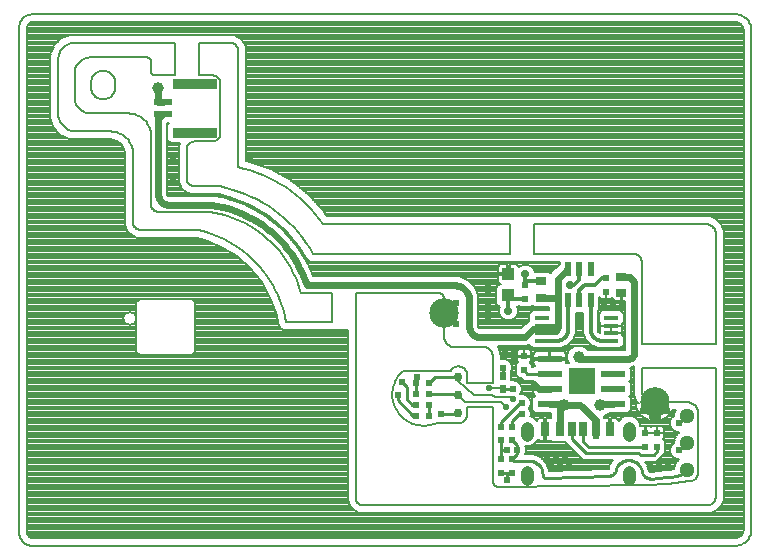
<source format=gtl>
G75*
G70*
%OFA0B0*%
%FSLAX24Y24*%
%IPPOS*%
%LPD*%
%AMOC8*
5,1,8,0,0,1.08239X$1,22.5*
%
%ADD10C,0.0050*%
%ADD11R,0.0433X0.0394*%
%ADD12R,0.0354X0.0250*%
%ADD13R,0.0197X0.0220*%
%ADD14R,0.0810X0.0240*%
%ADD15R,0.0900X0.0900*%
%ADD16R,0.0217X0.0472*%
%ADD17R,0.0472X0.0138*%
%ADD18R,0.0315X0.0472*%
%ADD19R,0.0250X0.0472*%
%ADD20C,0.0004*%
%ADD21C,0.0433*%
%ADD22R,0.0220X0.0197*%
%ADD23C,0.0300*%
%ADD24R,0.0600X0.0236*%
%ADD25R,0.1450X0.0350*%
%ADD26R,0.0197X0.0250*%
%ADD27C,0.0512*%
%ADD28C,0.0984*%
%ADD29C,0.0080*%
%ADD30C,0.0240*%
%ADD31C,0.0140*%
%ADD32C,0.0220*%
%ADD33C,0.0400*%
%ADD34C,0.0100*%
%ADD35C,0.0220*%
%ADD36C,0.0390*%
%ADD37C,0.0240*%
%ADD38C,0.0130*%
%ADD39C,0.0280*%
%ADD40C,0.0120*%
%ADD41C,0.0200*%
D10*
X000929Y000534D02*
X024328Y000534D01*
X024327Y000533D02*
X024374Y000530D01*
X024420Y000531D01*
X024466Y000536D01*
X024512Y000544D01*
X024556Y000557D01*
X024600Y000573D01*
X024642Y000592D01*
X024682Y000615D01*
X024720Y000641D01*
X024756Y000671D01*
X024790Y000703D01*
X024821Y000737D01*
X024848Y000775D01*
X024873Y000814D01*
X024894Y000855D01*
X024912Y000898D01*
X024926Y000942D01*
X024936Y000987D01*
X024943Y001033D01*
X024943Y001034D02*
X024943Y017752D01*
X024943Y017753D02*
X024936Y017798D01*
X024926Y017844D01*
X024911Y017888D01*
X024894Y017930D01*
X024872Y017971D01*
X024848Y018011D01*
X024820Y018048D01*
X024789Y018082D01*
X024756Y018114D01*
X024720Y018143D01*
X024682Y018170D01*
X024641Y018192D01*
X024599Y018212D01*
X024556Y018228D01*
X024511Y018240D01*
X024466Y018248D01*
X024420Y018253D01*
X024374Y018254D01*
X024327Y018251D01*
X024328Y018250D02*
X000929Y018250D01*
X000930Y018250D02*
X000889Y018243D01*
X000849Y018233D01*
X000809Y018219D01*
X000772Y018201D01*
X000736Y018180D01*
X000702Y018156D01*
X000671Y018129D01*
X000642Y018099D01*
X000616Y018066D01*
X000593Y018032D01*
X000574Y017995D01*
X000558Y017956D01*
X000546Y017917D01*
X000537Y017876D01*
X000532Y017835D01*
X000531Y017793D01*
X000534Y017752D01*
X000534Y001034D01*
X000531Y000993D01*
X000532Y000951D01*
X000537Y000910D01*
X000545Y000869D01*
X000558Y000829D01*
X000574Y000791D01*
X000593Y000754D01*
X000616Y000719D01*
X000642Y000686D01*
X000670Y000656D01*
X000702Y000629D01*
X000736Y000604D01*
X000772Y000583D01*
X000809Y000565D01*
X000848Y000551D01*
X000889Y000541D01*
X000930Y000534D01*
X009437Y007981D02*
X009399Y008165D01*
X009352Y008348D01*
X009296Y008528D01*
X009232Y008705D01*
X009159Y008878D01*
X009077Y009048D01*
X008988Y009214D01*
X008890Y009375D01*
X008785Y009532D01*
X008672Y009683D01*
X008552Y009828D01*
X008425Y009967D01*
X008291Y010100D01*
X008151Y010226D01*
X008005Y010345D01*
X007854Y010457D01*
X007697Y010562D01*
X007535Y010659D01*
X007369Y010747D01*
X007199Y010828D01*
X007025Y010900D01*
X006847Y010964D01*
X006667Y011019D01*
X006484Y011065D01*
X004578Y011065D01*
X004548Y011067D01*
X004518Y011072D01*
X004489Y011081D01*
X004462Y011094D01*
X004436Y011109D01*
X004412Y011128D01*
X004391Y011149D01*
X004372Y011173D01*
X004357Y011199D01*
X004344Y011226D01*
X004335Y011255D01*
X004330Y011285D01*
X004328Y011315D01*
X004328Y013595D01*
X004326Y013649D01*
X004320Y013702D01*
X004311Y013754D01*
X004298Y013806D01*
X004281Y013857D01*
X004260Y013907D01*
X004236Y013954D01*
X004209Y014000D01*
X004178Y014044D01*
X004145Y014086D01*
X004108Y014125D01*
X004069Y014162D01*
X004027Y014195D01*
X003983Y014226D01*
X003937Y014253D01*
X003890Y014277D01*
X003840Y014298D01*
X003789Y014315D01*
X003737Y014328D01*
X003685Y014337D01*
X003632Y014343D01*
X003578Y014345D01*
X002387Y014345D01*
X002341Y014350D01*
X002296Y014359D01*
X002251Y014371D01*
X002207Y014386D01*
X002165Y014405D01*
X002124Y014428D01*
X002085Y014453D01*
X002048Y014481D01*
X002014Y014512D01*
X001982Y014546D01*
X001953Y014582D01*
X001927Y014621D01*
X001903Y014661D01*
X001884Y014703D01*
X001867Y014746D01*
X001854Y014791D01*
X001844Y014836D01*
X001838Y014882D01*
X001836Y014928D01*
X001837Y014975D01*
X001837Y016756D01*
X001839Y016801D01*
X001845Y016847D01*
X001854Y016891D01*
X001867Y016935D01*
X001883Y016977D01*
X001903Y017018D01*
X001927Y017057D01*
X001953Y017094D01*
X001982Y017129D01*
X002014Y017161D01*
X002049Y017190D01*
X002086Y017216D01*
X002125Y017240D01*
X002166Y017260D01*
X002208Y017276D01*
X002252Y017289D01*
X002296Y017298D01*
X002342Y017304D01*
X002387Y017306D01*
X005733Y017306D01*
X005733Y016215D01*
X005078Y016215D01*
X005055Y016217D01*
X005032Y016222D01*
X005010Y016231D01*
X004990Y016244D01*
X004972Y016259D01*
X004957Y016277D01*
X004944Y016297D01*
X004935Y016319D01*
X004930Y016342D01*
X004928Y016365D01*
X004928Y016665D01*
X004926Y016688D01*
X004921Y016711D01*
X004912Y016733D01*
X004899Y016753D01*
X004884Y016771D01*
X004866Y016786D01*
X004846Y016799D01*
X004824Y016808D01*
X004801Y016813D01*
X004778Y016815D01*
X002928Y016815D01*
X002883Y016813D01*
X002837Y016807D01*
X002793Y016798D01*
X002749Y016785D01*
X002707Y016769D01*
X002666Y016749D01*
X002627Y016725D01*
X002590Y016699D01*
X002555Y016670D01*
X002523Y016638D01*
X002494Y016603D01*
X002468Y016566D01*
X002444Y016527D01*
X002424Y016486D01*
X002408Y016444D01*
X002395Y016400D01*
X002386Y016356D01*
X002380Y016310D01*
X002378Y016265D01*
X002378Y015495D01*
X002380Y015450D01*
X002386Y015404D01*
X002395Y015360D01*
X002408Y015316D01*
X002424Y015274D01*
X002444Y015233D01*
X002468Y015194D01*
X002494Y015157D01*
X002523Y015122D01*
X002555Y015090D01*
X002590Y015061D01*
X002627Y015035D01*
X002666Y015011D01*
X002707Y014991D01*
X002749Y014975D01*
X002793Y014962D01*
X002837Y014953D01*
X002883Y014947D01*
X002928Y014945D01*
X004178Y014945D01*
X004232Y014943D01*
X004285Y014937D01*
X004337Y014928D01*
X004389Y014915D01*
X004440Y014898D01*
X004490Y014877D01*
X004537Y014853D01*
X004583Y014826D01*
X004627Y014795D01*
X004669Y014762D01*
X004708Y014725D01*
X004745Y014686D01*
X004778Y014644D01*
X004809Y014600D01*
X004836Y014554D01*
X004860Y014507D01*
X004881Y014457D01*
X004898Y014406D01*
X004911Y014354D01*
X004920Y014302D01*
X004926Y014249D01*
X004928Y014195D01*
X004928Y011915D01*
X004930Y011885D01*
X004935Y011855D01*
X004944Y011826D01*
X004957Y011799D01*
X004972Y011773D01*
X004991Y011749D01*
X005012Y011728D01*
X005036Y011709D01*
X005062Y011694D01*
X005089Y011681D01*
X005118Y011672D01*
X005148Y011667D01*
X005178Y011665D01*
X006878Y011665D01*
X007228Y012515D02*
X006378Y012515D01*
X006348Y012517D01*
X006318Y012522D01*
X006289Y012531D01*
X006262Y012544D01*
X006236Y012559D01*
X006212Y012578D01*
X006191Y012599D01*
X006172Y012623D01*
X006157Y012649D01*
X006144Y012676D01*
X006135Y012705D01*
X006130Y012735D01*
X006128Y012765D01*
X006128Y013765D01*
X006130Y013795D01*
X006135Y013825D01*
X006144Y013854D01*
X006157Y013881D01*
X006172Y013907D01*
X006191Y013931D01*
X006212Y013952D01*
X006236Y013971D01*
X006262Y013986D01*
X006289Y013999D01*
X006318Y014008D01*
X006348Y014013D01*
X006378Y014015D01*
X006978Y014015D01*
X007008Y014017D01*
X007038Y014022D01*
X007067Y014031D01*
X007094Y014044D01*
X007120Y014059D01*
X007144Y014078D01*
X007165Y014099D01*
X007184Y014123D01*
X007199Y014149D01*
X007212Y014176D01*
X007221Y014205D01*
X007226Y014235D01*
X007228Y014265D01*
X007228Y015965D01*
X007226Y015995D01*
X007221Y016025D01*
X007212Y016054D01*
X007199Y016081D01*
X007184Y016107D01*
X007165Y016131D01*
X007144Y016152D01*
X007120Y016171D01*
X007094Y016186D01*
X007067Y016199D01*
X007038Y016208D01*
X007008Y016213D01*
X006978Y016215D01*
X006521Y016215D01*
X006521Y017306D01*
X007568Y017306D01*
X007569Y017306D02*
X007599Y017304D01*
X007628Y017299D01*
X007657Y017291D01*
X007684Y017279D01*
X007710Y017263D01*
X007734Y017245D01*
X007755Y017224D01*
X007774Y017201D01*
X007790Y017175D01*
X007802Y017148D01*
X007811Y017119D01*
X007817Y017090D01*
X007819Y017060D01*
X007818Y017060D02*
X007818Y013156D01*
X010657Y011256D02*
X016908Y011256D01*
X016908Y010259D01*
X010328Y010259D01*
X009928Y008965D02*
X010960Y008965D01*
X010960Y007981D01*
X009437Y007981D01*
X011747Y008965D02*
X011747Y002142D01*
X011747Y002141D02*
X011748Y002112D01*
X011752Y002083D01*
X011760Y002054D01*
X011771Y002027D01*
X011786Y002001D01*
X011803Y001977D01*
X011823Y001955D01*
X011846Y001936D01*
X011871Y001920D01*
X011897Y001907D01*
X011925Y001897D01*
X011954Y001891D01*
X011984Y001888D01*
X011983Y001888D02*
X023464Y001888D01*
X023497Y001890D01*
X023530Y001896D01*
X023562Y001905D01*
X023592Y001918D01*
X023621Y001935D01*
X023648Y001954D01*
X023673Y001976D01*
X023695Y002001D01*
X023714Y002028D01*
X023730Y002058D01*
X023742Y002088D01*
X023751Y002120D01*
X023756Y002153D01*
X023758Y002186D01*
X023758Y006464D01*
X021278Y006464D01*
X021278Y005715D01*
X021282Y005676D01*
X021290Y005637D01*
X021301Y005600D01*
X021315Y005563D01*
X021333Y005528D01*
X021355Y005495D01*
X021379Y005464D01*
X021406Y005435D01*
X021435Y005409D01*
X021467Y005386D01*
X021500Y005365D01*
X021536Y005348D01*
X021573Y005334D01*
X021611Y005324D01*
X021649Y005317D01*
X021689Y005314D01*
X021728Y005315D01*
X022828Y005315D01*
X022827Y005316D02*
X022863Y005311D01*
X022899Y005303D01*
X022933Y005291D01*
X022967Y005276D01*
X022998Y005258D01*
X023028Y005237D01*
X023055Y005213D01*
X023080Y005186D01*
X023102Y005157D01*
X023121Y005126D01*
X023137Y005094D01*
X023150Y005059D01*
X023160Y005024D01*
X023166Y004988D01*
X023168Y004952D01*
X023167Y004916D01*
X023167Y004915D02*
X023167Y002977D01*
X023165Y002944D01*
X023160Y002912D01*
X023151Y002880D01*
X023138Y002849D01*
X023122Y002821D01*
X023103Y002794D01*
X023081Y002769D01*
X023056Y002747D01*
X023029Y002728D01*
X023001Y002712D01*
X022970Y002699D01*
X022938Y002690D01*
X022906Y002685D01*
X022873Y002683D01*
X021424Y002565D02*
X016564Y002479D01*
X016534Y002481D01*
X016504Y002486D01*
X016475Y002495D01*
X016448Y002508D01*
X016422Y002523D01*
X016398Y002542D01*
X016377Y002563D01*
X016358Y002587D01*
X016343Y002613D01*
X016330Y002640D01*
X016321Y002669D01*
X016316Y002699D01*
X016314Y002729D01*
X016314Y005167D01*
X015468Y005167D01*
X015468Y004899D01*
X015463Y004867D01*
X015455Y004835D01*
X015443Y004805D01*
X015428Y004776D01*
X015410Y004749D01*
X015389Y004724D01*
X015365Y004701D01*
X015339Y004682D01*
X015311Y004665D01*
X015281Y004652D01*
X015250Y004642D01*
X015218Y004636D01*
X015186Y004633D01*
X015153Y004634D01*
X014444Y004634D01*
X014386Y004609D01*
X014326Y004587D01*
X014265Y004570D01*
X014203Y004556D01*
X014141Y004546D01*
X014078Y004539D01*
X014014Y004537D01*
X013951Y004539D01*
X013887Y004544D01*
X013825Y004553D01*
X013763Y004566D01*
X013701Y004583D01*
X013641Y004604D01*
X013583Y004628D01*
X013526Y004656D01*
X013470Y004687D01*
X013417Y004721D01*
X013366Y004759D01*
X013317Y004800D01*
X013271Y004844D01*
X013228Y004890D01*
X013188Y004939D01*
X013150Y004990D01*
X013116Y005044D01*
X013086Y005099D01*
X013058Y005157D01*
X013035Y005216D01*
X013015Y005276D01*
X012998Y005337D01*
X012986Y005399D01*
X012977Y005462D01*
X012972Y005525D01*
X012971Y005589D01*
X012974Y005652D01*
X012981Y005715D01*
X012991Y005778D01*
X013006Y005840D01*
X013024Y005901D01*
X013046Y005960D01*
X013072Y006018D01*
X013101Y006075D01*
X013133Y006129D01*
X013169Y006182D01*
X013208Y006232D01*
X013249Y006280D01*
X013294Y006325D01*
X013341Y006367D01*
X013342Y006367D02*
X014917Y006367D01*
X014916Y006367D02*
X014935Y006395D01*
X014956Y006421D01*
X014980Y006444D01*
X015007Y006464D01*
X015036Y006481D01*
X015067Y006495D01*
X015099Y006505D01*
X015132Y006511D01*
X015165Y006514D01*
X015199Y006513D01*
X015232Y006508D01*
X015264Y006499D01*
X015296Y006487D01*
X015325Y006471D01*
X015353Y006452D01*
X015378Y006430D01*
X015401Y006406D01*
X015421Y006378D01*
X015437Y006349D01*
X015450Y006318D01*
X015460Y006286D01*
X015466Y006253D01*
X015468Y006220D01*
X015468Y005956D01*
X016314Y005956D01*
X016314Y006881D01*
X016314Y006880D02*
X016310Y006913D01*
X016303Y006944D01*
X016293Y006975D01*
X016279Y007005D01*
X016262Y007032D01*
X016242Y007058D01*
X016219Y007081D01*
X016193Y007101D01*
X016166Y007119D01*
X016137Y007133D01*
X016106Y007144D01*
X016074Y007152D01*
X016042Y007155D01*
X016010Y007156D01*
X016009Y007156D02*
X015014Y007156D01*
X014979Y007160D01*
X014944Y007169D01*
X014910Y007180D01*
X014878Y007195D01*
X014847Y007214D01*
X014819Y007236D01*
X014793Y007260D01*
X014770Y007287D01*
X014749Y007316D01*
X014732Y007348D01*
X014718Y007381D01*
X014708Y007415D01*
X014701Y007450D01*
X014698Y007485D01*
X014699Y007521D01*
X014699Y008765D01*
X014700Y008765D02*
X014697Y008792D01*
X014690Y008819D01*
X014680Y008845D01*
X014666Y008869D01*
X014650Y008891D01*
X014630Y008911D01*
X014609Y008928D01*
X014585Y008942D01*
X014560Y008953D01*
X014533Y008960D01*
X014506Y008964D01*
X014478Y008965D01*
X011747Y008965D01*
X010657Y011256D02*
X010530Y011434D01*
X010394Y011605D01*
X010250Y011770D01*
X010099Y011928D01*
X009940Y012078D01*
X009774Y012221D01*
X009601Y012356D01*
X009422Y012482D01*
X009238Y012599D01*
X009047Y012707D01*
X008852Y012806D01*
X008653Y012896D01*
X008449Y012976D01*
X008242Y013046D01*
X008031Y013106D01*
X007818Y013156D01*
X003728Y015815D02*
X003728Y015965D01*
X003726Y016004D01*
X003720Y016043D01*
X003711Y016081D01*
X003698Y016118D01*
X003681Y016154D01*
X003661Y016187D01*
X003637Y016219D01*
X003611Y016248D01*
X003582Y016274D01*
X003550Y016298D01*
X003517Y016318D01*
X003481Y016335D01*
X003444Y016348D01*
X003406Y016357D01*
X003367Y016363D01*
X003328Y016365D01*
X003289Y016363D01*
X003250Y016357D01*
X003212Y016348D01*
X003175Y016335D01*
X003139Y016318D01*
X003106Y016298D01*
X003074Y016274D01*
X003045Y016248D01*
X003019Y016219D01*
X002995Y016187D01*
X002975Y016154D01*
X002958Y016118D01*
X002945Y016081D01*
X002936Y016043D01*
X002930Y016004D01*
X002928Y015965D01*
X002928Y015815D01*
X002930Y015776D01*
X002936Y015737D01*
X002945Y015699D01*
X002958Y015662D01*
X002975Y015626D01*
X002995Y015593D01*
X003019Y015561D01*
X003045Y015532D01*
X003074Y015506D01*
X003106Y015482D01*
X003139Y015462D01*
X003175Y015445D01*
X003212Y015432D01*
X003250Y015423D01*
X003289Y015417D01*
X003328Y015415D01*
X003367Y015417D01*
X003406Y015423D01*
X003444Y015432D01*
X003481Y015445D01*
X003517Y015462D01*
X003550Y015482D01*
X003582Y015506D01*
X003611Y015532D01*
X003637Y015561D01*
X003661Y015593D01*
X003681Y015626D01*
X003698Y015662D01*
X003711Y015699D01*
X003720Y015737D01*
X003726Y015776D01*
X003728Y015815D01*
X007228Y012515D02*
X007443Y012468D01*
X007655Y012410D01*
X007864Y012342D01*
X008070Y012264D01*
X008271Y012176D01*
X008469Y012079D01*
X008661Y011972D01*
X008847Y011856D01*
X009028Y011730D01*
X009203Y011597D01*
X009371Y011455D01*
X009532Y011305D01*
X009685Y011147D01*
X009831Y010983D01*
X009968Y010811D01*
X010097Y010633D01*
X010217Y010449D01*
X010328Y010259D01*
X009928Y008965D02*
X009877Y009137D01*
X009818Y009307D01*
X009751Y009474D01*
X009675Y009637D01*
X009592Y009797D01*
X009501Y009952D01*
X009403Y010102D01*
X009298Y010248D01*
X009185Y010388D01*
X009066Y010523D01*
X008941Y010652D01*
X008809Y010774D01*
X008671Y010890D01*
X008528Y010999D01*
X008380Y011101D01*
X008227Y011195D01*
X008070Y011282D01*
X007909Y011362D01*
X007744Y011433D01*
X007576Y011496D01*
X007404Y011551D01*
X007231Y011598D01*
X007055Y011636D01*
X006878Y011665D01*
X017695Y011256D02*
X017695Y010259D01*
X021028Y010259D01*
X021058Y010258D01*
X021087Y010253D01*
X021116Y010244D01*
X021143Y010232D01*
X021169Y010217D01*
X021192Y010199D01*
X021214Y010178D01*
X021232Y010155D01*
X021248Y010130D01*
X021261Y010103D01*
X021270Y010074D01*
X021276Y010045D01*
X021278Y010015D01*
X021278Y007252D01*
X023758Y007252D01*
X023758Y010915D01*
X023757Y010916D02*
X023756Y010951D01*
X023751Y010985D01*
X023742Y011019D01*
X023730Y011052D01*
X023715Y011084D01*
X023696Y011114D01*
X023674Y011141D01*
X023650Y011166D01*
X023623Y011189D01*
X023594Y011208D01*
X023563Y011225D01*
X023531Y011238D01*
X023497Y011248D01*
X023462Y011254D01*
X023427Y011256D01*
X023428Y011256D02*
X017695Y011256D01*
X021424Y002565D02*
X022150Y002608D01*
X022873Y002683D01*
D11*
X016839Y008879D03*
X016839Y009588D03*
D12*
X017939Y009357D03*
X017939Y008810D03*
X020610Y008960D03*
X020610Y009507D03*
D13*
X020093Y009457D03*
X020093Y009010D03*
X017409Y009217D03*
X017409Y008770D03*
X017360Y006852D03*
X017360Y006405D03*
X016960Y004508D03*
X016600Y004508D03*
X016600Y004061D03*
X016960Y004061D03*
X016960Y003415D03*
X016600Y003415D03*
X016600Y002968D03*
X016960Y002968D03*
X021410Y003842D03*
X021796Y003842D03*
X021796Y004289D03*
X021410Y004289D03*
D14*
X020340Y005262D03*
X020340Y005762D03*
X020340Y006262D03*
X020340Y006762D03*
X018220Y006762D03*
X018220Y006262D03*
X018220Y005762D03*
X018220Y005262D03*
D15*
X019280Y006012D03*
D16*
X019210Y008722D03*
X019584Y008722D03*
X018836Y008722D03*
X018836Y009746D03*
X019210Y009746D03*
X019584Y009746D03*
D17*
X020262Y008133D03*
X020262Y007877D03*
X020262Y007621D03*
X020262Y007365D03*
X017959Y007365D03*
X017959Y007621D03*
X017959Y007877D03*
X017959Y008133D03*
D18*
X018064Y004411D03*
X018548Y004411D03*
X019745Y004411D03*
X020229Y004411D03*
D19*
X019343Y004411D03*
X018950Y004411D03*
D20*
X017554Y004483D02*
X017554Y004238D01*
X017552Y004218D01*
X017547Y004199D01*
X017538Y004181D01*
X017526Y004165D01*
X017511Y004152D01*
X017494Y004141D01*
X017476Y004134D01*
X017456Y004130D01*
X017436Y004130D01*
X017416Y004134D01*
X017398Y004141D01*
X017381Y004152D01*
X017366Y004165D01*
X017354Y004181D01*
X017345Y004199D01*
X017340Y004218D01*
X017338Y004238D01*
X017338Y004483D01*
X017340Y004503D01*
X017345Y004522D01*
X017354Y004540D01*
X017366Y004556D01*
X017381Y004569D01*
X017398Y004580D01*
X017416Y004587D01*
X017436Y004591D01*
X017456Y004591D01*
X017476Y004587D01*
X017494Y004580D01*
X017511Y004569D01*
X017526Y004556D01*
X017538Y004540D01*
X017547Y004522D01*
X017552Y004503D01*
X017554Y004483D01*
X017554Y002986D02*
X017554Y002742D01*
X017552Y002722D01*
X017547Y002703D01*
X017538Y002685D01*
X017526Y002669D01*
X017511Y002656D01*
X017494Y002645D01*
X017476Y002638D01*
X017456Y002634D01*
X017436Y002634D01*
X017416Y002638D01*
X017398Y002645D01*
X017381Y002656D01*
X017366Y002669D01*
X017354Y002685D01*
X017345Y002703D01*
X017340Y002722D01*
X017338Y002742D01*
X017338Y002986D01*
X017340Y003006D01*
X017345Y003025D01*
X017354Y003043D01*
X017366Y003059D01*
X017381Y003072D01*
X017398Y003083D01*
X017416Y003090D01*
X017436Y003094D01*
X017456Y003094D01*
X017476Y003090D01*
X017494Y003083D01*
X017511Y003072D01*
X017526Y003059D01*
X017538Y003043D01*
X017547Y003025D01*
X017552Y003006D01*
X017554Y002986D01*
X020739Y002986D02*
X020739Y002742D01*
X020741Y002722D01*
X020746Y002703D01*
X020755Y002685D01*
X020767Y002669D01*
X020782Y002656D01*
X020799Y002645D01*
X020817Y002638D01*
X020837Y002634D01*
X020857Y002634D01*
X020877Y002638D01*
X020895Y002645D01*
X020912Y002656D01*
X020927Y002669D01*
X020939Y002685D01*
X020948Y002703D01*
X020953Y002722D01*
X020955Y002742D01*
X020956Y002742D02*
X020956Y002986D01*
X020955Y002986D02*
X020953Y003006D01*
X020948Y003025D01*
X020939Y003043D01*
X020927Y003059D01*
X020912Y003072D01*
X020895Y003083D01*
X020877Y003090D01*
X020857Y003094D01*
X020837Y003094D01*
X020817Y003090D01*
X020799Y003083D01*
X020782Y003072D01*
X020767Y003059D01*
X020755Y003043D01*
X020746Y003025D01*
X020741Y003006D01*
X020739Y002986D01*
X020739Y004238D02*
X020739Y004483D01*
X020741Y004503D01*
X020746Y004522D01*
X020755Y004540D01*
X020767Y004556D01*
X020782Y004569D01*
X020799Y004580D01*
X020817Y004587D01*
X020837Y004591D01*
X020857Y004591D01*
X020877Y004587D01*
X020895Y004580D01*
X020912Y004569D01*
X020927Y004556D01*
X020939Y004540D01*
X020948Y004522D01*
X020953Y004503D01*
X020955Y004483D01*
X020956Y004483D02*
X020956Y004238D01*
X020955Y004238D02*
X020953Y004218D01*
X020948Y004199D01*
X020939Y004181D01*
X020927Y004165D01*
X020912Y004152D01*
X020895Y004141D01*
X020877Y004134D01*
X020857Y004130D01*
X020837Y004130D01*
X020817Y004134D01*
X020799Y004141D01*
X020782Y004152D01*
X020767Y004165D01*
X020755Y004181D01*
X020746Y004199D01*
X020741Y004218D01*
X020739Y004238D01*
D21*
X020847Y004477D02*
X020847Y004477D01*
X020847Y004241D01*
X020847Y004241D01*
X020847Y004477D01*
X020847Y002980D02*
X020847Y002980D01*
X020847Y002744D01*
X020847Y002744D01*
X020847Y002980D01*
X017446Y002980D02*
X017446Y002980D01*
X017446Y002744D01*
X017446Y002744D01*
X017446Y002980D01*
X017446Y004477D02*
X017446Y004477D01*
X017446Y004241D01*
X017446Y004241D01*
X017446Y004477D01*
D22*
X014191Y004877D03*
X014191Y005237D03*
X014191Y005597D03*
X014191Y005957D03*
X013745Y005957D03*
X013745Y005597D03*
X013745Y005237D03*
X013745Y004877D03*
D23*
X015168Y004947D03*
X015168Y005547D03*
X015168Y006147D03*
D24*
X005334Y014918D03*
X005334Y015312D03*
D25*
X006378Y015924D03*
X006378Y014307D03*
D26*
X016660Y006184D03*
X016660Y005744D03*
D27*
X022810Y004866D03*
X022810Y003966D03*
X022810Y003066D03*
D28*
X021725Y005319D03*
X014710Y008279D03*
D29*
X015834Y008889D02*
X015715Y009176D01*
X015715Y009176D01*
X015495Y009396D01*
X015495Y009396D01*
X015208Y009515D01*
X010331Y009515D01*
X010328Y009523D01*
X010328Y009525D01*
X010306Y009578D01*
X010284Y009632D01*
X010283Y009633D01*
X010168Y009921D01*
X010168Y009921D01*
X009777Y010553D01*
X009282Y011106D01*
X009282Y011106D01*
X009282Y011106D01*
X008698Y011566D01*
X008044Y011916D01*
X008193Y011916D01*
X008234Y011900D02*
X008872Y011516D01*
X009433Y011028D01*
X009901Y010449D01*
X010090Y010140D01*
X010103Y010109D01*
X010114Y010098D01*
X010121Y010085D01*
X010151Y010061D01*
X010178Y010034D01*
X010192Y010028D01*
X010204Y010019D01*
X010240Y010008D01*
X010275Y009994D01*
X010290Y009994D01*
X010305Y009990D01*
X010343Y009994D01*
X016960Y009994D01*
X016966Y009996D01*
X017637Y009996D01*
X017642Y009994D01*
X018548Y009994D01*
X018548Y009922D01*
X018239Y009613D01*
X018191Y009662D01*
X017725Y009662D01*
X017680Y009770D01*
X017590Y009860D01*
X017472Y009909D01*
X017345Y009909D01*
X017228Y009860D01*
X017191Y009823D01*
X017186Y009839D01*
X017168Y009871D01*
X017142Y009897D01*
X017110Y009916D01*
X017074Y009925D01*
X016879Y009925D01*
X016879Y009628D01*
X016799Y009628D01*
X016799Y009548D01*
X016483Y009548D01*
X016483Y009373D01*
X016492Y009337D01*
X016511Y009306D01*
X016537Y009279D01*
X016569Y009261D01*
X016588Y009256D01*
X016548Y009256D01*
X016443Y009150D01*
X016443Y008608D01*
X016548Y008502D01*
X016548Y008502D01*
X016519Y008432D01*
X016519Y008304D01*
X016568Y008187D01*
X016658Y008097D01*
X016776Y008048D01*
X016903Y008048D01*
X017021Y008097D01*
X017111Y008187D01*
X017159Y008304D01*
X017159Y008432D01*
X017130Y008502D01*
X017130Y008502D01*
X017148Y008520D01*
X017196Y008520D01*
X017236Y008480D01*
X017582Y008480D01*
X017647Y008545D01*
X017687Y008505D01*
X018184Y008505D01*
X018184Y008382D01*
X017648Y008382D01*
X017542Y008276D01*
X017542Y008029D01*
X017479Y008003D01*
X017259Y007784D01*
X015983Y007784D01*
X015973Y007787D01*
X015924Y007784D01*
X015898Y007784D01*
X015871Y007793D01*
X015849Y007812D01*
X015835Y007839D01*
X015834Y007850D01*
X015834Y008889D01*
X015834Y008855D02*
X016443Y008855D01*
X016443Y008933D02*
X015815Y008933D01*
X015783Y009012D02*
X016443Y009012D01*
X016443Y009090D02*
X015750Y009090D01*
X015718Y009169D02*
X016461Y009169D01*
X016539Y009247D02*
X015644Y009247D01*
X015565Y009326D02*
X016499Y009326D01*
X016483Y009404D02*
X015476Y009404D01*
X015286Y009483D02*
X016483Y009483D01*
X016483Y009628D02*
X016799Y009628D01*
X016799Y009925D01*
X016604Y009925D01*
X016569Y009916D01*
X016537Y009897D01*
X016511Y009871D01*
X016492Y009839D01*
X016483Y009804D01*
X016483Y009628D01*
X016483Y009640D02*
X010280Y009640D01*
X010249Y009718D02*
X016483Y009718D01*
X016483Y009797D02*
X010218Y009797D01*
X010186Y009875D02*
X016515Y009875D01*
X016799Y009875D02*
X016879Y009875D01*
X016879Y009797D02*
X016799Y009797D01*
X016799Y009718D02*
X016879Y009718D01*
X016879Y009640D02*
X016799Y009640D01*
X016799Y009561D02*
X010313Y009561D01*
X010148Y009954D02*
X018548Y009954D01*
X018501Y009875D02*
X017553Y009875D01*
X017653Y009797D02*
X018422Y009797D01*
X018344Y009718D02*
X017702Y009718D01*
X017264Y009875D02*
X017164Y009875D01*
X018213Y009640D02*
X018265Y009640D01*
X018184Y008462D02*
X017147Y008462D01*
X017159Y008384D02*
X018184Y008384D01*
X017652Y008541D02*
X017642Y008541D01*
X017571Y008305D02*
X017159Y008305D01*
X017127Y008227D02*
X017542Y008227D01*
X017542Y008148D02*
X017072Y008148D01*
X016955Y008070D02*
X017542Y008070D01*
X017467Y007991D02*
X015834Y007991D01*
X015834Y007913D02*
X017388Y007913D01*
X017310Y007834D02*
X015838Y007834D01*
X015834Y008070D02*
X016724Y008070D01*
X016607Y008148D02*
X015834Y008148D01*
X015834Y008227D02*
X016551Y008227D01*
X016519Y008305D02*
X015834Y008305D01*
X015834Y008384D02*
X016519Y008384D01*
X016532Y008462D02*
X015834Y008462D01*
X015834Y008541D02*
X016510Y008541D01*
X016443Y008619D02*
X015834Y008619D01*
X015834Y008698D02*
X016443Y008698D01*
X016443Y008776D02*
X015834Y008776D01*
X016488Y007184D02*
X017443Y007184D01*
X017542Y007225D01*
X017542Y007222D01*
X017648Y007116D01*
X018269Y007116D01*
X018273Y007120D01*
X018587Y007120D01*
X018813Y007214D01*
X018985Y007386D01*
X018985Y007386D01*
X019079Y007612D01*
X019079Y008306D01*
X019339Y008306D01*
X019339Y007685D01*
X019339Y007612D01*
X019339Y007612D01*
X019432Y007386D01*
X019605Y007214D01*
X019830Y007120D01*
X019947Y007120D01*
X019951Y007116D01*
X020572Y007116D01*
X020678Y007222D01*
X020678Y007509D01*
X020638Y007549D01*
X020638Y007621D01*
X020262Y007621D01*
X020262Y007621D01*
X020638Y007621D01*
X020638Y007708D01*
X020628Y007744D01*
X020625Y007749D01*
X020628Y007754D01*
X020638Y007790D01*
X020638Y007877D01*
X020262Y007877D01*
X020262Y007877D01*
X020638Y007877D01*
X020638Y007949D01*
X020678Y007989D01*
X020678Y008276D01*
X020572Y008382D01*
X019951Y008382D01*
X019845Y008276D01*
X019845Y007989D01*
X019885Y007949D01*
X019885Y007877D01*
X019885Y007790D01*
X019895Y007754D01*
X019898Y007749D01*
X019895Y007744D01*
X019885Y007708D01*
X019885Y007630D01*
X019884Y007631D01*
X019850Y007665D01*
X019831Y007710D01*
X019829Y007734D01*
X019829Y008367D01*
X019872Y008411D01*
X019872Y008831D01*
X019882Y008814D01*
X019908Y008788D01*
X019940Y008770D01*
X019976Y008760D01*
X020084Y008760D01*
X020084Y009001D01*
X020102Y009001D01*
X020102Y008760D01*
X020210Y008760D01*
X020245Y008770D01*
X020277Y008788D01*
X020296Y008807D01*
X020302Y008781D01*
X020321Y008749D01*
X020347Y008723D01*
X020379Y008705D01*
X020414Y008695D01*
X020588Y008695D01*
X020588Y008938D01*
X020633Y008938D01*
X020633Y008695D01*
X020744Y008695D01*
X020744Y007062D01*
X019485Y007062D01*
X019396Y007152D01*
X019258Y007209D01*
X019109Y007209D01*
X018971Y007152D01*
X018866Y007046D01*
X018809Y006908D01*
X018809Y006759D01*
X018857Y006642D01*
X018765Y006642D01*
X018765Y006742D01*
X018240Y006742D01*
X018240Y006782D01*
X018765Y006782D01*
X018765Y006901D01*
X018755Y006937D01*
X018737Y006968D01*
X018711Y006995D01*
X018679Y007013D01*
X018643Y007022D01*
X018240Y007022D01*
X018240Y006782D01*
X018200Y006782D01*
X018200Y006742D01*
X017675Y006742D01*
X017675Y006624D01*
X017684Y006588D01*
X017703Y006557D01*
X017718Y006541D01*
X017670Y006492D01*
X017639Y006492D01*
X017639Y006590D01*
X017571Y006657D01*
X017589Y006688D01*
X017599Y006724D01*
X017599Y006843D01*
X017369Y006843D01*
X017369Y006861D01*
X017351Y006861D01*
X017351Y006843D01*
X017122Y006843D01*
X017122Y006724D01*
X017131Y006688D01*
X017149Y006657D01*
X017082Y006590D01*
X017082Y006221D01*
X017187Y006115D01*
X017274Y006115D01*
X017312Y006057D01*
X017338Y006052D01*
X017358Y006032D01*
X017429Y006032D01*
X017498Y006018D01*
X017521Y006032D01*
X017670Y006032D01*
X017718Y005984D01*
X017703Y005968D01*
X017684Y005937D01*
X017675Y005901D01*
X017675Y005782D01*
X018200Y005782D01*
X018200Y005742D01*
X017675Y005742D01*
X017675Y005624D01*
X017684Y005588D01*
X017703Y005557D01*
X017718Y005541D01*
X017635Y005457D01*
X017635Y005068D01*
X017740Y004962D01*
X018248Y004962D01*
X018248Y004785D01*
X018240Y004787D01*
X018103Y004787D01*
X018103Y004450D01*
X018025Y004450D01*
X018025Y004787D01*
X017888Y004787D01*
X017852Y004778D01*
X017820Y004759D01*
X017794Y004733D01*
X017778Y004705D01*
X017670Y004813D01*
X017575Y004852D01*
X017584Y004874D01*
X017584Y004993D01*
X017538Y005104D01*
X017533Y005109D01*
X017538Y005114D01*
X017584Y005224D01*
X017584Y005343D01*
X017538Y005454D01*
X017454Y005538D01*
X017343Y005584D01*
X017236Y005584D01*
X017278Y005684D01*
X017278Y005804D01*
X017232Y005914D01*
X017148Y005998D01*
X017037Y006044D01*
X016939Y006044D01*
X016939Y006354D01*
X016960Y006406D01*
X016960Y006525D01*
X016914Y006635D01*
X016830Y006720D01*
X016720Y006765D01*
X016600Y006765D01*
X016579Y006756D01*
X016579Y006835D01*
X016581Y006841D01*
X016579Y006887D01*
X016579Y006933D01*
X016576Y006940D01*
X016573Y007004D01*
X016488Y007184D01*
X016514Y007128D02*
X017636Y007128D01*
X017569Y007049D02*
X018869Y007049D01*
X018835Y006971D02*
X018735Y006971D01*
X018765Y006892D02*
X018809Y006892D01*
X018809Y006814D02*
X018765Y006814D01*
X018765Y006735D02*
X018819Y006735D01*
X018851Y006657D02*
X018765Y006657D01*
X018605Y007128D02*
X018947Y007128D01*
X018813Y007214D02*
X018813Y007214D01*
X018795Y007206D02*
X019103Y007206D01*
X019264Y007206D02*
X019623Y007206D01*
X019605Y007214D02*
X019605Y007214D01*
X019534Y007285D02*
X018884Y007285D01*
X018962Y007363D02*
X019455Y007363D01*
X019432Y007386D02*
X019432Y007386D01*
X019409Y007442D02*
X019008Y007442D01*
X019041Y007520D02*
X019377Y007520D01*
X019344Y007599D02*
X019073Y007599D01*
X019079Y007677D02*
X019339Y007677D01*
X019339Y007756D02*
X019079Y007756D01*
X019079Y007834D02*
X019339Y007834D01*
X019339Y007913D02*
X019079Y007913D01*
X019079Y007991D02*
X019339Y007991D01*
X019339Y008070D02*
X019079Y008070D01*
X019079Y008148D02*
X019339Y008148D01*
X019339Y008227D02*
X019079Y008227D01*
X019079Y008305D02*
X019339Y008305D01*
X019829Y008305D02*
X019874Y008305D01*
X019845Y008227D02*
X019829Y008227D01*
X019829Y008148D02*
X019845Y008148D01*
X019845Y008070D02*
X019829Y008070D01*
X019829Y007991D02*
X019845Y007991D01*
X019829Y007913D02*
X019885Y007913D01*
X019885Y007877D02*
X020262Y007877D01*
X020262Y007830D01*
X020262Y007621D01*
X020262Y007621D01*
X020262Y007877D01*
X020262Y007877D01*
X019885Y007877D01*
X019885Y007834D02*
X019829Y007834D01*
X019829Y007756D02*
X019895Y007756D01*
X019885Y007677D02*
X019844Y007677D01*
X020262Y007677D02*
X020262Y007677D01*
X020262Y007756D02*
X020262Y007756D01*
X020262Y007834D02*
X020262Y007834D01*
X020262Y007877D02*
X020262Y007877D01*
X020629Y007756D02*
X020744Y007756D01*
X020744Y007834D02*
X020638Y007834D01*
X020638Y007913D02*
X020744Y007913D01*
X020744Y007991D02*
X020678Y007991D01*
X020678Y008070D02*
X020744Y008070D01*
X020744Y008148D02*
X020678Y008148D01*
X020678Y008227D02*
X020744Y008227D01*
X020744Y008305D02*
X020649Y008305D01*
X020744Y008384D02*
X019845Y008384D01*
X019872Y008462D02*
X020744Y008462D01*
X020744Y008541D02*
X019872Y008541D01*
X019872Y008619D02*
X020744Y008619D01*
X020633Y008698D02*
X020588Y008698D01*
X020588Y008776D02*
X020633Y008776D01*
X020633Y008855D02*
X020588Y008855D01*
X020588Y008933D02*
X020633Y008933D01*
X020406Y008698D02*
X019872Y008698D01*
X019872Y008776D02*
X019929Y008776D01*
X020084Y008776D02*
X020102Y008776D01*
X020102Y008855D02*
X020084Y008855D01*
X020084Y008933D02*
X020102Y008933D01*
X020256Y008776D02*
X020305Y008776D01*
X020638Y007677D02*
X020744Y007677D01*
X020744Y007599D02*
X020638Y007599D01*
X020666Y007520D02*
X020744Y007520D01*
X020744Y007442D02*
X020678Y007442D01*
X020678Y007363D02*
X020744Y007363D01*
X020744Y007285D02*
X020678Y007285D01*
X020662Y007206D02*
X020744Y007206D01*
X020744Y007128D02*
X020584Y007128D01*
X020909Y006472D02*
X020914Y006472D01*
X021013Y006513D01*
X021013Y006412D01*
X021013Y005760D01*
X021010Y005752D01*
X021013Y005707D01*
X021013Y005662D01*
X021016Y005655D01*
X021021Y005562D01*
X021098Y005403D01*
X021093Y005368D01*
X021093Y005359D01*
X021120Y005359D01*
X021141Y005315D01*
X021182Y005279D01*
X021093Y005279D01*
X021093Y005269D01*
X021109Y005171D01*
X021139Y005076D01*
X021184Y004987D01*
X021243Y004907D01*
X021313Y004836D01*
X021394Y004778D01*
X021482Y004733D01*
X021577Y004702D01*
X021675Y004686D01*
X021685Y004686D01*
X021685Y005047D01*
X021736Y005050D01*
X021765Y005050D01*
X021765Y004686D01*
X021775Y004686D01*
X021873Y004702D01*
X021968Y004733D01*
X022056Y004778D01*
X022137Y004836D01*
X022207Y004907D01*
X022266Y004987D01*
X022298Y005050D01*
X022415Y005050D01*
X022374Y004953D01*
X022374Y004876D01*
X022358Y004870D01*
X022273Y004785D01*
X022228Y004675D01*
X022228Y004556D01*
X022273Y004445D01*
X022358Y004361D01*
X022468Y004315D01*
X022543Y004315D01*
X022441Y004213D01*
X022374Y004053D01*
X022374Y003976D01*
X022358Y003970D01*
X022273Y003885D01*
X022228Y003775D01*
X022228Y003656D01*
X022273Y003545D01*
X022358Y003461D01*
X022468Y003415D01*
X022543Y003415D01*
X022441Y003313D01*
X022374Y003153D01*
X022374Y003090D01*
X022221Y003065D01*
X022055Y003044D01*
X021578Y003005D01*
X021566Y003006D01*
X021541Y003016D01*
X021522Y003033D01*
X021525Y003040D01*
X021507Y003103D01*
X021504Y003168D01*
X021480Y003191D01*
X021458Y003266D01*
X021400Y003335D01*
X021773Y003335D01*
X021891Y003453D01*
X022026Y003588D01*
X022026Y003609D01*
X022074Y003657D01*
X022074Y004026D01*
X022007Y004094D01*
X022024Y004125D01*
X022034Y004160D01*
X022034Y004279D01*
X021805Y004279D01*
X021805Y004298D01*
X021786Y004298D01*
X021786Y004279D01*
X021557Y004279D01*
X021419Y004279D01*
X021419Y004298D01*
X021401Y004298D01*
X021401Y004539D01*
X021293Y004539D01*
X021258Y004529D01*
X021244Y004521D01*
X021244Y004556D01*
X021184Y004701D01*
X021072Y004813D01*
X020926Y004873D01*
X020769Y004873D01*
X020623Y004813D01*
X020515Y004705D01*
X020499Y004733D01*
X020473Y004759D01*
X020441Y004778D01*
X020405Y004787D01*
X020268Y004787D01*
X020268Y004450D01*
X020191Y004450D01*
X020191Y004787D01*
X020053Y004787D01*
X020044Y004785D01*
X020016Y004853D01*
X020117Y004895D01*
X020185Y004962D01*
X020819Y004962D01*
X020925Y005068D01*
X020925Y005457D01*
X020869Y005512D01*
X020925Y005568D01*
X020925Y005681D01*
X020934Y005703D01*
X020934Y005822D01*
X020925Y005844D01*
X020925Y005957D01*
X020869Y006012D01*
X020925Y006068D01*
X020925Y006181D01*
X020934Y006203D01*
X020934Y006322D01*
X020925Y006344D01*
X020925Y006457D01*
X020909Y006472D01*
X020925Y006421D02*
X021013Y006421D01*
X021013Y006343D02*
X020925Y006343D01*
X020934Y006264D02*
X021013Y006264D01*
X021013Y006186D02*
X020927Y006186D01*
X020925Y006107D02*
X021013Y006107D01*
X021013Y006029D02*
X020886Y006029D01*
X020925Y005950D02*
X021013Y005950D01*
X021013Y005872D02*
X020925Y005872D01*
X020934Y005793D02*
X021013Y005793D01*
X021012Y005715D02*
X020934Y005715D01*
X020925Y005636D02*
X021017Y005636D01*
X021021Y005562D02*
X021021Y005562D01*
X021024Y005558D02*
X020915Y005558D01*
X020903Y005479D02*
X021062Y005479D01*
X021098Y005401D02*
X020925Y005401D01*
X020925Y005322D02*
X021138Y005322D01*
X021141Y005315D02*
X021141Y005315D01*
X021097Y005244D02*
X020925Y005244D01*
X020925Y005165D02*
X021110Y005165D01*
X021136Y005087D02*
X020925Y005087D01*
X020865Y005008D02*
X021174Y005008D01*
X021226Y004930D02*
X020152Y004930D01*
X020016Y004851D02*
X020715Y004851D01*
X020583Y004773D02*
X020450Y004773D01*
X020268Y004773D02*
X020191Y004773D01*
X020191Y004694D02*
X020268Y004694D01*
X020268Y004616D02*
X020191Y004616D01*
X020191Y004537D02*
X020268Y004537D01*
X020268Y004459D02*
X020191Y004459D01*
X020979Y004851D02*
X021299Y004851D01*
X021404Y004773D02*
X021112Y004773D01*
X021186Y004694D02*
X021627Y004694D01*
X021685Y004694D02*
X021765Y004694D01*
X021824Y004694D02*
X022236Y004694D01*
X022228Y004616D02*
X021219Y004616D01*
X021244Y004537D02*
X021288Y004537D01*
X021401Y004537D02*
X021419Y004537D01*
X021419Y004539D02*
X021419Y004298D01*
X021786Y004298D01*
X021786Y004539D01*
X021679Y004539D01*
X021643Y004529D01*
X021611Y004511D01*
X021603Y004502D01*
X021595Y004511D01*
X021563Y004529D01*
X021527Y004539D01*
X021419Y004539D01*
X021419Y004459D02*
X021401Y004459D01*
X021401Y004380D02*
X021419Y004380D01*
X021419Y004302D02*
X021401Y004302D01*
X021786Y004302D02*
X021805Y004302D01*
X021805Y004298D02*
X021805Y004539D01*
X021912Y004539D01*
X021948Y004529D01*
X021980Y004511D01*
X022006Y004485D01*
X022024Y004453D01*
X022034Y004417D01*
X022034Y004298D01*
X021805Y004298D01*
X021805Y004380D02*
X021786Y004380D01*
X021786Y004459D02*
X021805Y004459D01*
X021805Y004537D02*
X021786Y004537D01*
X021674Y004537D02*
X021532Y004537D01*
X021685Y004773D02*
X021765Y004773D01*
X021765Y004851D02*
X021685Y004851D01*
X021685Y004930D02*
X021765Y004930D01*
X021765Y005008D02*
X021685Y005008D01*
X022046Y004773D02*
X022268Y004773D01*
X022340Y004851D02*
X022152Y004851D01*
X022224Y004930D02*
X022374Y004930D01*
X022397Y005008D02*
X022276Y005008D01*
X022235Y004537D02*
X021917Y004537D01*
X022021Y004459D02*
X022268Y004459D01*
X022339Y004380D02*
X022034Y004380D01*
X022034Y004302D02*
X022529Y004302D01*
X022451Y004223D02*
X022034Y004223D01*
X022030Y004145D02*
X022412Y004145D01*
X022380Y004066D02*
X022034Y004066D01*
X022074Y003988D02*
X022374Y003988D01*
X022298Y003909D02*
X022074Y003909D01*
X022074Y003831D02*
X022251Y003831D01*
X022228Y003752D02*
X022074Y003752D01*
X022074Y003674D02*
X022228Y003674D01*
X022253Y003595D02*
X022026Y003595D01*
X021955Y003517D02*
X022302Y003517D01*
X022413Y003438D02*
X021876Y003438D01*
X021798Y003360D02*
X022487Y003360D01*
X022427Y003281D02*
X021445Y003281D01*
X021458Y003266D02*
X021458Y003266D01*
X021477Y003203D02*
X022395Y003203D01*
X022374Y003124D02*
X021506Y003124D01*
X021524Y003046D02*
X022068Y003046D01*
X020325Y003385D02*
X020273Y003336D01*
X020234Y003247D01*
X020198Y003210D01*
X020198Y003163D01*
X020179Y003119D01*
X020187Y003098D01*
X020182Y003096D01*
X020181Y003095D01*
X020173Y003095D01*
X020083Y003095D01*
X020079Y003092D01*
X018208Y003020D01*
X018208Y003050D01*
X018104Y003300D01*
X018104Y003300D01*
X017913Y003492D01*
X017663Y003595D01*
X017395Y003595D01*
X017428Y003676D01*
X017428Y003795D01*
X017407Y003844D01*
X017525Y003844D01*
X017670Y003904D01*
X017782Y004016D01*
X017807Y004076D01*
X017820Y004063D01*
X017852Y004044D01*
X017888Y004035D01*
X018025Y004035D01*
X018025Y004372D01*
X018103Y004372D01*
X018103Y004035D01*
X018240Y004035D01*
X018268Y004043D01*
X018316Y003995D01*
X018723Y003995D01*
X018854Y003863D01*
X019333Y003385D01*
X020325Y003385D01*
X020298Y003360D02*
X018045Y003360D01*
X018112Y003281D02*
X020249Y003281D01*
X020273Y003336D02*
X020273Y003336D01*
X020198Y003203D02*
X018145Y003203D01*
X018177Y003124D02*
X020181Y003124D01*
X019280Y003438D02*
X017966Y003438D01*
X017913Y003492D02*
X017913Y003492D01*
X017853Y003517D02*
X019201Y003517D01*
X019123Y003595D02*
X017395Y003595D01*
X017427Y003674D02*
X019044Y003674D01*
X018966Y003752D02*
X017428Y003752D01*
X017413Y003831D02*
X018887Y003831D01*
X018809Y003909D02*
X017675Y003909D01*
X017754Y003988D02*
X018730Y003988D01*
X018103Y004066D02*
X018025Y004066D01*
X018025Y004145D02*
X018103Y004145D01*
X018103Y004223D02*
X018025Y004223D01*
X018025Y004302D02*
X018103Y004302D01*
X018103Y004459D02*
X018025Y004459D01*
X018025Y004537D02*
X018103Y004537D01*
X018103Y004616D02*
X018025Y004616D01*
X018025Y004694D02*
X018103Y004694D01*
X018103Y004773D02*
X018025Y004773D01*
X017844Y004773D02*
X017711Y004773D01*
X017578Y004851D02*
X018248Y004851D01*
X018248Y004930D02*
X017584Y004930D01*
X017578Y005008D02*
X017694Y005008D01*
X017635Y005087D02*
X017545Y005087D01*
X017559Y005165D02*
X017635Y005165D01*
X017635Y005244D02*
X017584Y005244D01*
X017584Y005322D02*
X017635Y005322D01*
X017635Y005401D02*
X017560Y005401D01*
X017512Y005479D02*
X017657Y005479D01*
X017702Y005558D02*
X017406Y005558D01*
X017258Y005636D02*
X017675Y005636D01*
X017675Y005715D02*
X017278Y005715D01*
X017278Y005793D02*
X017675Y005793D01*
X017675Y005872D02*
X017250Y005872D01*
X017196Y005950D02*
X017692Y005950D01*
X017674Y006029D02*
X017515Y006029D01*
X017446Y006029D02*
X017074Y006029D01*
X016939Y006107D02*
X017279Y006107D01*
X017117Y006186D02*
X016939Y006186D01*
X016939Y006264D02*
X017082Y006264D01*
X017082Y006343D02*
X016939Y006343D01*
X016960Y006421D02*
X017082Y006421D01*
X017082Y006500D02*
X016960Y006500D01*
X016938Y006578D02*
X017082Y006578D01*
X017148Y006657D02*
X016893Y006657D01*
X016792Y006735D02*
X017122Y006735D01*
X017122Y006814D02*
X016579Y006814D01*
X016579Y006892D02*
X017122Y006892D01*
X017122Y006861D02*
X017351Y006861D01*
X017351Y007102D01*
X017243Y007102D01*
X017208Y007092D01*
X017176Y007074D01*
X017150Y007048D01*
X017131Y007016D01*
X017122Y006980D01*
X017122Y006861D01*
X017122Y006971D02*
X016574Y006971D01*
X016573Y007004D02*
X016573Y007004D01*
X016551Y007049D02*
X017151Y007049D01*
X017351Y007049D02*
X017369Y007049D01*
X017369Y007102D02*
X017369Y006861D01*
X017599Y006861D01*
X017599Y006980D01*
X017589Y007016D01*
X017571Y007048D01*
X017545Y007074D01*
X017513Y007092D01*
X017477Y007102D01*
X017369Y007102D01*
X017369Y006971D02*
X017351Y006971D01*
X017351Y006892D02*
X017369Y006892D01*
X017599Y006892D02*
X017675Y006892D01*
X017675Y006901D02*
X017675Y006782D01*
X018200Y006782D01*
X018200Y007022D01*
X017796Y007022D01*
X017761Y007013D01*
X017729Y006995D01*
X017703Y006968D01*
X017684Y006937D01*
X017675Y006901D01*
X017705Y006971D02*
X017599Y006971D01*
X017599Y006814D02*
X017675Y006814D01*
X017675Y006735D02*
X017599Y006735D01*
X017572Y006657D02*
X017675Y006657D01*
X017690Y006578D02*
X017639Y006578D01*
X017639Y006500D02*
X017677Y006500D01*
X018200Y006814D02*
X018240Y006814D01*
X018240Y006892D02*
X018200Y006892D01*
X018200Y006971D02*
X018240Y006971D01*
X017558Y007206D02*
X017498Y007206D01*
X016598Y005806D02*
X016194Y005806D01*
X016302Y005564D02*
X016384Y005485D01*
X016909Y005485D01*
X016978Y005415D01*
X016748Y005165D02*
X016598Y005317D01*
X015399Y005317D01*
X015168Y005547D01*
X015168Y006025D02*
X015678Y005564D01*
X016302Y005564D01*
X016598Y005806D02*
X016660Y005744D01*
X016649Y005744D01*
X016628Y005765D01*
X015168Y006025D02*
X015168Y006147D01*
X017803Y004066D02*
X017817Y004066D01*
X018208Y003046D02*
X018887Y003046D01*
X023412Y001623D02*
X023413Y001623D01*
X023465Y001623D01*
X023517Y001623D01*
X023518Y001623D01*
X023578Y001624D01*
X023783Y001711D01*
X023940Y001870D01*
X024024Y002076D01*
X024023Y002187D01*
X024023Y006375D01*
X024027Y006379D01*
X024027Y007337D01*
X024023Y007342D01*
X024023Y010913D01*
X024025Y011030D01*
X023937Y011252D01*
X023937Y011252D01*
X023771Y011424D01*
X023771Y011424D01*
X023551Y011519D01*
X023483Y011520D01*
X023481Y011521D01*
X023430Y011521D01*
X023379Y011522D01*
X023377Y011521D01*
X017775Y011521D01*
X016817Y011521D01*
X016817Y011521D01*
X010798Y011521D01*
X010668Y011712D01*
X010161Y012255D01*
X009578Y012714D01*
X008931Y013078D01*
X008236Y013339D01*
X008236Y013339D01*
X008083Y013371D01*
X008083Y017009D01*
X008084Y017010D01*
X008083Y017061D01*
X008083Y017113D01*
X008083Y017114D01*
X008082Y017200D01*
X007943Y017437D01*
X007943Y017437D01*
X007943Y017437D01*
X007703Y017572D01*
X007567Y017571D01*
X006468Y017571D01*
X006463Y017569D01*
X005791Y017569D01*
X005786Y017571D01*
X002225Y017571D01*
X001926Y017447D01*
X001926Y017447D01*
X001696Y017217D01*
X001572Y016918D01*
X001572Y014984D01*
X001561Y014823D01*
X001670Y014500D01*
X001894Y014243D01*
X002200Y014092D01*
X002326Y014084D01*
X002335Y014080D01*
X002378Y014080D01*
X002422Y014077D01*
X002431Y014080D01*
X003578Y014080D01*
X003654Y014074D01*
X003798Y014027D01*
X003921Y013938D01*
X004010Y013815D01*
X004057Y013671D01*
X004063Y013595D01*
X004063Y011213D01*
X004141Y011023D01*
X004286Y010879D01*
X004286Y010879D01*
X004475Y010800D01*
X006450Y010800D01*
X006716Y010728D01*
X007272Y010500D01*
X007783Y010182D01*
X008233Y009784D01*
X008612Y009317D01*
X008907Y008793D01*
X009111Y008227D01*
X006401Y008227D01*
X006401Y008305D02*
X009083Y008305D01*
X009111Y008227D02*
X009172Y007953D01*
X009172Y007928D01*
X009182Y007906D01*
X009186Y007882D01*
X009202Y007858D01*
X009213Y007831D01*
X009230Y007814D01*
X009243Y007793D01*
X009267Y007777D01*
X009287Y007756D01*
X009310Y007747D01*
X009330Y007733D01*
X009358Y007727D01*
X009385Y007716D01*
X009409Y007716D01*
X009433Y007711D01*
X009461Y007716D01*
X011012Y007716D01*
X011013Y007716D01*
X011482Y007716D01*
X011482Y002146D01*
X011478Y002049D01*
X011550Y001859D01*
X011688Y001711D01*
X011873Y001627D01*
X011926Y001625D01*
X011931Y001623D01*
X011979Y001623D01*
X012027Y001621D01*
X012031Y001623D01*
X023412Y001623D01*
X023578Y001624D02*
X023578Y001624D01*
X023598Y001633D02*
X024678Y001633D01*
X024678Y001711D02*
X023783Y001711D01*
X023783Y001711D01*
X023861Y001790D02*
X024678Y001790D01*
X024678Y001868D02*
X023938Y001868D01*
X023940Y001870D02*
X023940Y001870D01*
X023971Y001947D02*
X024678Y001947D01*
X024678Y002025D02*
X024003Y002025D01*
X024024Y002076D02*
X024024Y002076D01*
X024023Y002104D02*
X024678Y002104D01*
X024678Y002182D02*
X024023Y002182D01*
X024023Y002261D02*
X024678Y002261D01*
X024678Y002339D02*
X024023Y002339D01*
X024023Y002418D02*
X024678Y002418D01*
X024678Y002496D02*
X024023Y002496D01*
X024023Y002575D02*
X024678Y002575D01*
X024678Y002653D02*
X024023Y002653D01*
X024023Y002732D02*
X024678Y002732D01*
X024678Y002810D02*
X024023Y002810D01*
X024023Y002889D02*
X024678Y002889D01*
X024678Y002967D02*
X024023Y002967D01*
X024023Y003046D02*
X024678Y003046D01*
X024678Y003124D02*
X024023Y003124D01*
X024023Y003203D02*
X024678Y003203D01*
X024678Y003281D02*
X024023Y003281D01*
X024023Y003360D02*
X024678Y003360D01*
X024678Y003438D02*
X024023Y003438D01*
X024023Y003517D02*
X024678Y003517D01*
X024678Y003595D02*
X024023Y003595D01*
X024023Y003674D02*
X024678Y003674D01*
X024678Y003752D02*
X024023Y003752D01*
X024023Y003831D02*
X024678Y003831D01*
X024678Y003909D02*
X024023Y003909D01*
X024023Y003988D02*
X024678Y003988D01*
X024678Y004066D02*
X024023Y004066D01*
X024023Y004145D02*
X024678Y004145D01*
X024678Y004223D02*
X024023Y004223D01*
X024023Y004302D02*
X024678Y004302D01*
X024678Y004380D02*
X024023Y004380D01*
X024023Y004459D02*
X024678Y004459D01*
X024678Y004537D02*
X024023Y004537D01*
X024023Y004616D02*
X024678Y004616D01*
X024678Y004694D02*
X024023Y004694D01*
X024023Y004773D02*
X024678Y004773D01*
X024678Y004851D02*
X024023Y004851D01*
X024023Y004930D02*
X024678Y004930D01*
X024678Y005008D02*
X024023Y005008D01*
X024023Y005087D02*
X024678Y005087D01*
X024678Y005165D02*
X024023Y005165D01*
X024023Y005244D02*
X024678Y005244D01*
X024678Y005322D02*
X024023Y005322D01*
X024023Y005401D02*
X024678Y005401D01*
X024678Y005479D02*
X024023Y005479D01*
X024023Y005558D02*
X024678Y005558D01*
X024678Y005636D02*
X024023Y005636D01*
X024023Y005715D02*
X024678Y005715D01*
X024678Y005793D02*
X024023Y005793D01*
X024023Y005872D02*
X024678Y005872D01*
X024678Y005950D02*
X024023Y005950D01*
X024023Y006029D02*
X024678Y006029D01*
X024678Y006107D02*
X024023Y006107D01*
X024023Y006186D02*
X024678Y006186D01*
X024678Y006264D02*
X024023Y006264D01*
X024023Y006343D02*
X024678Y006343D01*
X024678Y006421D02*
X024027Y006421D01*
X024027Y006500D02*
X024678Y006500D01*
X024678Y006578D02*
X024027Y006578D01*
X024027Y006657D02*
X024678Y006657D01*
X024678Y006735D02*
X024027Y006735D01*
X024027Y006814D02*
X024678Y006814D01*
X024678Y006892D02*
X024027Y006892D01*
X024027Y006971D02*
X024678Y006971D01*
X024678Y007049D02*
X024027Y007049D01*
X024027Y007128D02*
X024678Y007128D01*
X024678Y007206D02*
X024027Y007206D01*
X024027Y007285D02*
X024678Y007285D01*
X024678Y007363D02*
X024023Y007363D01*
X024023Y007442D02*
X024678Y007442D01*
X024678Y007520D02*
X024023Y007520D01*
X024023Y007599D02*
X024678Y007599D01*
X024678Y007677D02*
X024023Y007677D01*
X024023Y007756D02*
X024678Y007756D01*
X024678Y007834D02*
X024023Y007834D01*
X024023Y007913D02*
X024678Y007913D01*
X024678Y007991D02*
X024023Y007991D01*
X024023Y008070D02*
X024678Y008070D01*
X024678Y008148D02*
X024023Y008148D01*
X024023Y008227D02*
X024678Y008227D01*
X024678Y008305D02*
X024023Y008305D01*
X024023Y008384D02*
X024678Y008384D01*
X024678Y008462D02*
X024023Y008462D01*
X024023Y008541D02*
X024678Y008541D01*
X024678Y008619D02*
X024023Y008619D01*
X024023Y008698D02*
X024678Y008698D01*
X024678Y008776D02*
X024023Y008776D01*
X024023Y008855D02*
X024678Y008855D01*
X024678Y008933D02*
X024023Y008933D01*
X024023Y009012D02*
X024678Y009012D01*
X024678Y009090D02*
X024023Y009090D01*
X024023Y009169D02*
X024678Y009169D01*
X024678Y009247D02*
X024023Y009247D01*
X024023Y009326D02*
X024678Y009326D01*
X024678Y009404D02*
X024023Y009404D01*
X024023Y009483D02*
X024678Y009483D01*
X024678Y009561D02*
X024023Y009561D01*
X024023Y009640D02*
X024678Y009640D01*
X024678Y009718D02*
X024023Y009718D01*
X024023Y009797D02*
X024678Y009797D01*
X024678Y009875D02*
X024023Y009875D01*
X024023Y009954D02*
X024678Y009954D01*
X024678Y010032D02*
X024023Y010032D01*
X024023Y010111D02*
X024678Y010111D01*
X024678Y010189D02*
X024023Y010189D01*
X024023Y010268D02*
X024678Y010268D01*
X024678Y010346D02*
X024023Y010346D01*
X024023Y010425D02*
X024678Y010425D01*
X024678Y010503D02*
X024023Y010503D01*
X024023Y010582D02*
X024678Y010582D01*
X024678Y010660D02*
X024023Y010660D01*
X024023Y010739D02*
X024678Y010739D01*
X024678Y010817D02*
X024023Y010817D01*
X024023Y010896D02*
X024678Y010896D01*
X024678Y010974D02*
X024024Y010974D01*
X024025Y011030D02*
X024025Y011030D01*
X024016Y011053D02*
X024678Y011053D01*
X024678Y011131D02*
X023985Y011131D01*
X023954Y011210D02*
X024678Y011210D01*
X024678Y011288D02*
X023902Y011288D01*
X023826Y011367D02*
X024678Y011367D01*
X024678Y011445D02*
X023721Y011445D01*
X023551Y011519D02*
X023551Y011519D01*
X024678Y011524D02*
X010796Y011524D01*
X010742Y011602D02*
X024678Y011602D01*
X024678Y011681D02*
X010689Y011681D01*
X010623Y011759D02*
X024678Y011759D01*
X024678Y011838D02*
X010550Y011838D01*
X010477Y011916D02*
X024678Y011916D01*
X024678Y011995D02*
X010404Y011995D01*
X010331Y012073D02*
X024678Y012073D01*
X024678Y012152D02*
X010257Y012152D01*
X010184Y012230D02*
X024678Y012230D01*
X024678Y012309D02*
X010093Y012309D01*
X010161Y012255D02*
X010161Y012255D01*
X009993Y012387D02*
X024678Y012387D01*
X024678Y012466D02*
X009893Y012466D01*
X009793Y012544D02*
X024678Y012544D01*
X024678Y012623D02*
X009693Y012623D01*
X009594Y012701D02*
X024678Y012701D01*
X024678Y012780D02*
X009461Y012780D01*
X009321Y012858D02*
X024678Y012858D01*
X024678Y012937D02*
X009182Y012937D01*
X009043Y013015D02*
X024678Y013015D01*
X024678Y013094D02*
X008889Y013094D01*
X008680Y013172D02*
X024678Y013172D01*
X024678Y013251D02*
X008472Y013251D01*
X008263Y013329D02*
X024678Y013329D01*
X024678Y013408D02*
X008083Y013408D01*
X008083Y013486D02*
X024678Y013486D01*
X024678Y013565D02*
X008083Y013565D01*
X008083Y013643D02*
X024678Y013643D01*
X024678Y013722D02*
X008083Y013722D01*
X008083Y013800D02*
X024678Y013800D01*
X024678Y013879D02*
X008083Y013879D01*
X008083Y013957D02*
X024678Y013957D01*
X024678Y014036D02*
X008083Y014036D01*
X008083Y014114D02*
X024678Y014114D01*
X024678Y014193D02*
X008083Y014193D01*
X008083Y014271D02*
X024678Y014271D01*
X024678Y014350D02*
X008083Y014350D01*
X008083Y014428D02*
X024678Y014428D01*
X024678Y014507D02*
X008083Y014507D01*
X008083Y014585D02*
X024678Y014585D01*
X024678Y014664D02*
X008083Y014664D01*
X008083Y014742D02*
X024678Y014742D01*
X024678Y014821D02*
X008083Y014821D01*
X008083Y014899D02*
X024678Y014899D01*
X024678Y014978D02*
X008083Y014978D01*
X008083Y015056D02*
X024678Y015056D01*
X024678Y015135D02*
X008083Y015135D01*
X008083Y015213D02*
X024678Y015213D01*
X024678Y015292D02*
X008083Y015292D01*
X008083Y015370D02*
X024678Y015370D01*
X024678Y015449D02*
X008083Y015449D01*
X008083Y015527D02*
X024678Y015527D01*
X024678Y015606D02*
X008083Y015606D01*
X008083Y015684D02*
X024678Y015684D01*
X024678Y015763D02*
X008083Y015763D01*
X008083Y015841D02*
X024678Y015841D01*
X024678Y015920D02*
X008083Y015920D01*
X008083Y015998D02*
X024678Y015998D01*
X024678Y016077D02*
X008083Y016077D01*
X008083Y016155D02*
X024678Y016155D01*
X024678Y016234D02*
X008083Y016234D01*
X008083Y016312D02*
X024678Y016312D01*
X024678Y016391D02*
X008083Y016391D01*
X008083Y016469D02*
X024678Y016469D01*
X024678Y016548D02*
X008083Y016548D01*
X008083Y016626D02*
X024678Y016626D01*
X024678Y016705D02*
X008083Y016705D01*
X008083Y016783D02*
X024678Y016783D01*
X024678Y016862D02*
X008083Y016862D01*
X008083Y016940D02*
X024678Y016940D01*
X024678Y017019D02*
X008084Y017019D01*
X008083Y017097D02*
X024678Y017097D01*
X024678Y017176D02*
X008082Y017176D01*
X008082Y017200D02*
X008082Y017200D01*
X008050Y017254D02*
X024678Y017254D01*
X024678Y017333D02*
X008004Y017333D01*
X007958Y017411D02*
X024678Y017411D01*
X024678Y017490D02*
X007849Y017490D01*
X007710Y017568D02*
X024678Y017568D01*
X024678Y017647D02*
X000799Y017647D01*
X000799Y017715D02*
X000803Y017730D01*
X000799Y017767D01*
X000799Y017805D01*
X000797Y017810D01*
X000796Y017819D01*
X000816Y017888D01*
X000861Y017944D01*
X000924Y017979D01*
X000952Y017985D01*
X024289Y017985D01*
X024303Y017981D01*
X024342Y017985D01*
X024381Y017985D01*
X024385Y017987D01*
X024413Y017987D01*
X024524Y017954D01*
X024613Y017882D01*
X024668Y017781D01*
X024678Y017732D01*
X024678Y001054D01*
X024668Y001004D01*
X024613Y000903D01*
X024524Y000830D01*
X024413Y000797D01*
X024384Y000797D01*
X024381Y000799D01*
X024341Y000799D01*
X024303Y000803D01*
X024289Y000799D01*
X000952Y000799D01*
X000924Y000805D01*
X000861Y000840D01*
X000816Y000897D01*
X000796Y000967D01*
X000796Y000976D01*
X000799Y000981D01*
X000799Y001018D01*
X000803Y001055D01*
X000799Y001071D01*
X000799Y017715D01*
X000802Y017725D02*
X024678Y017725D01*
X024656Y017804D02*
X000799Y017804D01*
X000815Y017882D02*
X024613Y017882D01*
X024502Y017961D02*
X000891Y017961D01*
X000799Y017568D02*
X002219Y017568D01*
X002030Y017490D02*
X000799Y017490D01*
X000799Y017411D02*
X001890Y017411D01*
X001812Y017333D02*
X000799Y017333D01*
X000799Y017254D02*
X001733Y017254D01*
X001696Y017217D02*
X001696Y017217D01*
X001679Y017176D02*
X000799Y017176D01*
X000799Y017097D02*
X001647Y017097D01*
X001614Y017019D02*
X000799Y017019D01*
X000799Y016940D02*
X001582Y016940D01*
X001572Y016862D02*
X000799Y016862D01*
X000799Y016783D02*
X001572Y016783D01*
X001572Y016705D02*
X000799Y016705D01*
X000799Y016626D02*
X001572Y016626D01*
X001572Y016548D02*
X000799Y016548D01*
X000799Y016469D02*
X001572Y016469D01*
X001572Y016391D02*
X000799Y016391D01*
X000799Y016312D02*
X001572Y016312D01*
X001572Y016234D02*
X000799Y016234D01*
X000799Y016155D02*
X001572Y016155D01*
X001572Y016077D02*
X000799Y016077D01*
X000799Y015998D02*
X001572Y015998D01*
X001572Y015920D02*
X000799Y015920D01*
X000799Y015841D02*
X001572Y015841D01*
X001572Y015763D02*
X000799Y015763D01*
X000799Y015684D02*
X001572Y015684D01*
X001572Y015606D02*
X000799Y015606D01*
X000799Y015527D02*
X001572Y015527D01*
X001572Y015449D02*
X000799Y015449D01*
X000799Y015370D02*
X001572Y015370D01*
X001572Y015292D02*
X000799Y015292D01*
X000799Y015213D02*
X001572Y015213D01*
X001572Y015135D02*
X000799Y015135D01*
X000799Y015056D02*
X001572Y015056D01*
X001572Y014978D02*
X000799Y014978D01*
X000799Y014899D02*
X001567Y014899D01*
X001561Y014823D02*
X001561Y014823D01*
X001562Y014821D02*
X000799Y014821D01*
X000799Y014742D02*
X001588Y014742D01*
X001615Y014664D02*
X000799Y014664D01*
X000799Y014585D02*
X001641Y014585D01*
X001668Y014507D02*
X000799Y014507D01*
X000799Y014428D02*
X001733Y014428D01*
X001670Y014500D02*
X001670Y014500D01*
X001801Y014350D02*
X000799Y014350D01*
X000799Y014271D02*
X001870Y014271D01*
X001894Y014243D02*
X001894Y014243D01*
X001997Y014193D02*
X000799Y014193D01*
X000799Y014114D02*
X002155Y014114D01*
X002200Y014092D02*
X002200Y014092D01*
X000799Y014036D02*
X003772Y014036D01*
X003894Y013957D02*
X000799Y013957D01*
X000799Y013879D02*
X003964Y013879D01*
X004015Y013800D02*
X000799Y013800D01*
X000799Y013722D02*
X004040Y013722D01*
X004059Y013643D02*
X000799Y013643D01*
X000799Y013565D02*
X004063Y013565D01*
X004063Y013486D02*
X000799Y013486D01*
X000799Y013408D02*
X004063Y013408D01*
X004063Y013329D02*
X000799Y013329D01*
X000799Y013251D02*
X004063Y013251D01*
X004063Y013172D02*
X000799Y013172D01*
X000799Y013094D02*
X004063Y013094D01*
X004063Y013015D02*
X000799Y013015D01*
X000799Y012937D02*
X004063Y012937D01*
X004063Y012858D02*
X000799Y012858D01*
X000799Y012780D02*
X004063Y012780D01*
X004063Y012701D02*
X000799Y012701D01*
X000799Y012623D02*
X004063Y012623D01*
X004063Y012544D02*
X000799Y012544D01*
X000799Y012466D02*
X004063Y012466D01*
X004063Y012387D02*
X000799Y012387D01*
X000799Y012309D02*
X004063Y012309D01*
X004063Y012230D02*
X000799Y012230D01*
X000799Y012152D02*
X004063Y012152D01*
X004063Y012073D02*
X000799Y012073D01*
X000799Y011995D02*
X004063Y011995D01*
X004063Y011916D02*
X000799Y011916D01*
X000799Y011838D02*
X004063Y011838D01*
X004063Y011759D02*
X000799Y011759D01*
X000799Y011681D02*
X004063Y011681D01*
X004063Y011602D02*
X000799Y011602D01*
X000799Y011524D02*
X004063Y011524D01*
X004063Y011445D02*
X000799Y011445D01*
X000799Y011367D02*
X004063Y011367D01*
X004063Y011288D02*
X000799Y011288D01*
X000799Y011210D02*
X004064Y011210D01*
X004097Y011131D02*
X000799Y011131D01*
X000799Y011053D02*
X004129Y011053D01*
X004141Y011023D02*
X004141Y011023D01*
X004190Y010974D02*
X000799Y010974D01*
X000799Y010896D02*
X004269Y010896D01*
X004434Y010817D02*
X000799Y010817D01*
X000799Y010739D02*
X006677Y010739D01*
X006882Y010660D02*
X000799Y010660D01*
X000799Y010582D02*
X007073Y010582D01*
X007264Y010503D02*
X000799Y010503D01*
X000799Y010425D02*
X007393Y010425D01*
X007519Y010346D02*
X000799Y010346D01*
X000799Y010268D02*
X007645Y010268D01*
X007772Y010189D02*
X000799Y010189D01*
X000799Y010111D02*
X007864Y010111D01*
X007953Y010032D02*
X000799Y010032D01*
X000799Y009954D02*
X008041Y009954D01*
X008130Y009875D02*
X000799Y009875D01*
X000799Y009797D02*
X008219Y009797D01*
X008287Y009718D02*
X000799Y009718D01*
X000799Y009640D02*
X008350Y009640D01*
X008414Y009561D02*
X000799Y009561D01*
X000799Y009483D02*
X008477Y009483D01*
X008541Y009404D02*
X000799Y009404D01*
X000799Y009326D02*
X008604Y009326D01*
X008612Y009317D02*
X008612Y009317D01*
X008651Y009247D02*
X000799Y009247D01*
X000799Y009169D02*
X008695Y009169D01*
X008739Y009090D02*
X000799Y009090D01*
X000799Y009012D02*
X008783Y009012D01*
X008828Y008933D02*
X000799Y008933D01*
X000799Y008855D02*
X008872Y008855D01*
X008913Y008776D02*
X000799Y008776D01*
X000799Y008698D02*
X004493Y008698D01*
X004441Y008646D02*
X004441Y008127D01*
X004380Y008276D01*
X004217Y008343D01*
X004054Y008276D01*
X003987Y008113D01*
X004054Y007950D01*
X004217Y007883D01*
X004380Y007950D01*
X004441Y008099D01*
X004441Y006997D01*
X004547Y006891D01*
X006296Y006891D01*
X006401Y006997D01*
X006401Y008646D01*
X006296Y008751D01*
X004547Y008751D01*
X004441Y008646D01*
X004441Y008619D02*
X000799Y008619D01*
X000799Y008541D02*
X004441Y008541D01*
X004441Y008462D02*
X000799Y008462D01*
X000799Y008384D02*
X004441Y008384D01*
X004441Y008305D02*
X004308Y008305D01*
X004400Y008227D02*
X004441Y008227D01*
X004433Y008148D02*
X004441Y008148D01*
X004429Y008070D02*
X004441Y008070D01*
X004441Y007991D02*
X004397Y007991D01*
X004441Y007913D02*
X004289Y007913D01*
X004145Y007913D02*
X000799Y007913D01*
X000799Y007991D02*
X004037Y007991D01*
X004005Y008070D02*
X000799Y008070D01*
X000799Y008148D02*
X004002Y008148D01*
X004034Y008227D02*
X000799Y008227D01*
X000799Y008305D02*
X004126Y008305D01*
X004441Y007834D02*
X000799Y007834D01*
X000799Y007756D02*
X004441Y007756D01*
X004441Y007677D02*
X000799Y007677D01*
X000799Y007599D02*
X004441Y007599D01*
X004441Y007520D02*
X000799Y007520D01*
X000799Y007442D02*
X004441Y007442D01*
X004441Y007363D02*
X000799Y007363D01*
X000799Y007285D02*
X004441Y007285D01*
X004441Y007206D02*
X000799Y007206D01*
X000799Y007128D02*
X004441Y007128D01*
X004441Y007049D02*
X000799Y007049D01*
X000799Y006971D02*
X004468Y006971D01*
X004546Y006892D02*
X000799Y006892D01*
X000799Y006814D02*
X011482Y006814D01*
X011482Y006892D02*
X006297Y006892D01*
X006375Y006971D02*
X011482Y006971D01*
X011482Y007049D02*
X006401Y007049D01*
X006401Y007128D02*
X011482Y007128D01*
X011482Y007206D02*
X006401Y007206D01*
X006401Y007285D02*
X011482Y007285D01*
X011482Y007363D02*
X006401Y007363D01*
X006401Y007442D02*
X011482Y007442D01*
X011482Y007520D02*
X006401Y007520D01*
X006401Y007599D02*
X011482Y007599D01*
X011482Y007677D02*
X006401Y007677D01*
X006401Y007756D02*
X009288Y007756D01*
X009211Y007834D02*
X006401Y007834D01*
X006401Y007913D02*
X009179Y007913D01*
X009164Y007991D02*
X006401Y007991D01*
X006401Y008070D02*
X009146Y008070D01*
X009128Y008148D02*
X006401Y008148D01*
X006401Y008384D02*
X009054Y008384D01*
X009026Y008462D02*
X006401Y008462D01*
X006401Y008541D02*
X008998Y008541D01*
X008969Y008619D02*
X006401Y008619D01*
X006350Y008698D02*
X008941Y008698D01*
X010099Y010032D02*
X010183Y010032D01*
X010102Y010111D02*
X010050Y010111D01*
X010060Y010189D02*
X010002Y010189D01*
X010012Y010268D02*
X009953Y010268D01*
X009964Y010346D02*
X009904Y010346D01*
X009916Y010425D02*
X009856Y010425D01*
X009857Y010503D02*
X009807Y010503D01*
X009777Y010553D02*
X009777Y010553D01*
X009794Y010582D02*
X009750Y010582D01*
X009730Y010660D02*
X009680Y010660D01*
X009667Y010739D02*
X009610Y010739D01*
X009603Y010817D02*
X009540Y010817D01*
X009540Y010896D02*
X009470Y010896D01*
X009477Y010974D02*
X009400Y010974D01*
X009404Y011053D02*
X009329Y011053D01*
X009314Y011131D02*
X009250Y011131D01*
X009224Y011210D02*
X009150Y011210D01*
X009134Y011288D02*
X009050Y011288D01*
X009044Y011367D02*
X008951Y011367D01*
X008954Y011445D02*
X008851Y011445D01*
X008860Y011524D02*
X008751Y011524D01*
X008698Y011566D02*
X008698Y011566D01*
X008729Y011602D02*
X008630Y011602D01*
X008599Y011681D02*
X008483Y011681D01*
X008469Y011759D02*
X008337Y011759D01*
X008338Y011838D02*
X008190Y011838D01*
X008234Y011900D02*
X007539Y012168D01*
X007197Y012250D01*
X006275Y012250D01*
X006086Y012329D01*
X006086Y012329D01*
X005941Y012473D01*
X005941Y012473D01*
X005863Y012663D01*
X005863Y013868D01*
X005898Y013952D01*
X005578Y013952D01*
X005473Y014057D01*
X005473Y014556D01*
X005537Y014620D01*
X005467Y014620D01*
X005467Y012233D01*
X005468Y012230D01*
X007280Y012230D01*
X007316Y012152D02*
X007581Y012152D01*
X007567Y012073D02*
X007785Y012073D01*
X007806Y011995D02*
X007989Y011995D01*
X008044Y011916D02*
X007338Y012149D01*
X007008Y012196D01*
X006987Y012205D01*
X006949Y012205D01*
X006912Y012210D01*
X006890Y012205D01*
X005576Y012205D01*
X005565Y012208D01*
X005517Y012205D01*
X005496Y012205D01*
X005485Y012208D01*
X005474Y012218D01*
X005468Y012230D01*
X005467Y012309D02*
X006134Y012309D01*
X006027Y012387D02*
X005467Y012387D01*
X005467Y012466D02*
X005949Y012466D01*
X005912Y012544D02*
X005467Y012544D01*
X005467Y012623D02*
X005879Y012623D01*
X005863Y012701D02*
X005467Y012701D01*
X005467Y012780D02*
X005863Y012780D01*
X005863Y012858D02*
X005467Y012858D01*
X005467Y012937D02*
X005863Y012937D01*
X005863Y013015D02*
X005467Y013015D01*
X005467Y013094D02*
X005863Y013094D01*
X005863Y013172D02*
X005467Y013172D01*
X005467Y013251D02*
X005863Y013251D01*
X005863Y013329D02*
X005467Y013329D01*
X005467Y013408D02*
X005863Y013408D01*
X005863Y013486D02*
X005467Y013486D01*
X005467Y013565D02*
X005863Y013565D01*
X005863Y013643D02*
X005467Y013643D01*
X005467Y013722D02*
X005863Y013722D01*
X005863Y013800D02*
X005467Y013800D01*
X005467Y013879D02*
X005867Y013879D01*
X005573Y013957D02*
X005467Y013957D01*
X005467Y014036D02*
X005494Y014036D01*
X005473Y014114D02*
X005467Y014114D01*
X005467Y014193D02*
X005473Y014193D01*
X005467Y014271D02*
X005473Y014271D01*
X005467Y014350D02*
X005473Y014350D01*
X005467Y014428D02*
X005473Y014428D01*
X005467Y014507D02*
X005473Y014507D01*
X005467Y014585D02*
X005502Y014585D01*
X007338Y012149D02*
X007338Y012149D01*
X008044Y011916D02*
X008044Y011916D01*
X011482Y006735D02*
X000799Y006735D01*
X000799Y006657D02*
X011482Y006657D01*
X011482Y006578D02*
X000799Y006578D01*
X000799Y006500D02*
X011482Y006500D01*
X011482Y006421D02*
X000799Y006421D01*
X000799Y006343D02*
X011482Y006343D01*
X011482Y006264D02*
X000799Y006264D01*
X000799Y006186D02*
X011482Y006186D01*
X011482Y006107D02*
X000799Y006107D01*
X000799Y006029D02*
X011482Y006029D01*
X011482Y005950D02*
X000799Y005950D01*
X000799Y005872D02*
X011482Y005872D01*
X011482Y005793D02*
X000799Y005793D01*
X000799Y005715D02*
X011482Y005715D01*
X011482Y005636D02*
X000799Y005636D01*
X000799Y005558D02*
X011482Y005558D01*
X011482Y005479D02*
X000799Y005479D01*
X000799Y005401D02*
X011482Y005401D01*
X011482Y005322D02*
X000799Y005322D01*
X000799Y005244D02*
X011482Y005244D01*
X011482Y005165D02*
X000799Y005165D01*
X000799Y005087D02*
X011482Y005087D01*
X011482Y005008D02*
X000799Y005008D01*
X000799Y004930D02*
X011482Y004930D01*
X011482Y004851D02*
X000799Y004851D01*
X000799Y004773D02*
X011482Y004773D01*
X011482Y004694D02*
X000799Y004694D01*
X000799Y004616D02*
X011482Y004616D01*
X011482Y004537D02*
X000799Y004537D01*
X000799Y004459D02*
X011482Y004459D01*
X011482Y004380D02*
X000799Y004380D01*
X000799Y004302D02*
X011482Y004302D01*
X011482Y004223D02*
X000799Y004223D01*
X000799Y004145D02*
X011482Y004145D01*
X011482Y004066D02*
X000799Y004066D01*
X000799Y003988D02*
X011482Y003988D01*
X011482Y003909D02*
X000799Y003909D01*
X000799Y003831D02*
X011482Y003831D01*
X011482Y003752D02*
X000799Y003752D01*
X000799Y003674D02*
X011482Y003674D01*
X011482Y003595D02*
X000799Y003595D01*
X000799Y003517D02*
X011482Y003517D01*
X011482Y003438D02*
X000799Y003438D01*
X000799Y003360D02*
X011482Y003360D01*
X011482Y003281D02*
X000799Y003281D01*
X000799Y003203D02*
X011482Y003203D01*
X011482Y003124D02*
X000799Y003124D01*
X000799Y003046D02*
X011482Y003046D01*
X011482Y002967D02*
X000799Y002967D01*
X000799Y002889D02*
X011482Y002889D01*
X011482Y002810D02*
X000799Y002810D01*
X000799Y002732D02*
X011482Y002732D01*
X011482Y002653D02*
X000799Y002653D01*
X000799Y002575D02*
X011482Y002575D01*
X011482Y002496D02*
X000799Y002496D01*
X000799Y002418D02*
X011482Y002418D01*
X011482Y002339D02*
X000799Y002339D01*
X000799Y002261D02*
X011482Y002261D01*
X011482Y002182D02*
X000799Y002182D01*
X000799Y002104D02*
X011480Y002104D01*
X011478Y002049D02*
X011478Y002049D01*
X011487Y002025D02*
X000799Y002025D01*
X000799Y001947D02*
X011517Y001947D01*
X011546Y001868D02*
X000799Y001868D01*
X000799Y001790D02*
X011614Y001790D01*
X011550Y001859D02*
X011550Y001859D01*
X011688Y001711D02*
X000799Y001711D01*
X000799Y001633D02*
X011860Y001633D01*
X011873Y001627D02*
X011873Y001627D01*
X011688Y001711D02*
X011688Y001711D01*
X019420Y007128D02*
X019812Y007128D01*
X020980Y006500D02*
X021013Y006500D01*
X024678Y001554D02*
X000799Y001554D01*
X000799Y001476D02*
X024678Y001476D01*
X024678Y001397D02*
X000799Y001397D01*
X000799Y001319D02*
X024678Y001319D01*
X024678Y001240D02*
X000799Y001240D01*
X000799Y001162D02*
X024678Y001162D01*
X024678Y001083D02*
X000799Y001083D01*
X000799Y001005D02*
X024668Y001005D01*
X024626Y000926D02*
X000808Y000926D01*
X000855Y000848D02*
X024545Y000848D01*
X017775Y011521D02*
X017775Y011521D01*
X007703Y017572D02*
X007703Y017572D01*
D30*
X008215Y013484D03*
X005658Y013410D03*
X005658Y013110D03*
X005658Y012810D03*
X013778Y006165D03*
X013303Y005990D03*
X013159Y005547D03*
X014578Y004915D03*
X016778Y003735D03*
X017128Y003735D03*
X018118Y003417D03*
X018418Y003417D03*
X018718Y003417D03*
X018868Y003167D03*
X018568Y003167D03*
X018268Y003167D03*
X016778Y002715D03*
X017284Y004934D03*
X017284Y005284D03*
X016978Y005744D03*
X016660Y006465D03*
X017018Y006717D03*
X017018Y007017D03*
X016718Y007017D03*
X016168Y008067D03*
X016168Y008367D03*
X016168Y008667D03*
X016168Y008967D03*
X016168Y009267D03*
X015084Y008629D03*
X015084Y007929D03*
X019218Y007867D03*
X019218Y008167D03*
X020018Y008517D03*
X020318Y008517D03*
X020618Y008517D03*
X020634Y006262D03*
X020634Y005762D03*
X021334Y005034D03*
X021725Y004834D03*
X022134Y005034D03*
X022528Y004615D03*
X022528Y003715D03*
X022168Y003217D03*
X021868Y003217D03*
X021568Y003217D03*
X019745Y004198D03*
D31*
X017584Y006634D02*
X017712Y006762D01*
X018220Y006762D01*
X018484Y007834D02*
X018440Y007877D01*
X017959Y007877D01*
X016839Y008368D02*
X016839Y008879D01*
X016948Y008770D01*
X017409Y008770D01*
X017409Y009217D02*
X017409Y009357D01*
X017939Y009357D01*
X017415Y009234D02*
X017409Y009217D01*
X017409Y009589D01*
X018884Y009234D02*
X019034Y009234D01*
X019210Y009410D01*
X019210Y009746D01*
X019384Y009234D02*
X019734Y009234D01*
X019957Y009457D01*
X020093Y009457D01*
X019384Y009234D02*
X019210Y009060D01*
X019210Y008722D01*
D32*
X018484Y008884D02*
X018407Y008810D01*
X017939Y008810D01*
X020610Y009507D02*
X020760Y009507D01*
X020791Y009505D01*
X020821Y009500D01*
X020850Y009492D01*
X020878Y009480D01*
X020905Y009465D01*
X020930Y009447D01*
X020953Y009427D01*
X020973Y009404D01*
X020991Y009379D01*
X021006Y009352D01*
X021018Y009324D01*
X021026Y009295D01*
X021031Y009265D01*
X021033Y009234D01*
X021034Y009234D02*
X021034Y006984D01*
X021033Y006984D02*
X021031Y006955D01*
X021025Y006927D01*
X021016Y006899D01*
X021003Y006873D01*
X020987Y006849D01*
X020968Y006828D01*
X020947Y006809D01*
X020922Y006793D01*
X020897Y006780D01*
X020869Y006771D01*
X020841Y006765D01*
X020812Y006763D01*
X020812Y006762D02*
X020340Y006762D01*
X018220Y005762D02*
X017855Y005762D01*
X017684Y005934D01*
D33*
X021725Y005319D02*
X021725Y004834D01*
D34*
X022528Y004615D02*
X022779Y004866D01*
X022810Y004866D01*
X022810Y003966D02*
X022628Y003784D01*
X022528Y003715D01*
X022810Y003066D02*
X022775Y003032D01*
X022737Y003001D01*
X022698Y002972D01*
X022656Y002947D01*
X022613Y002924D01*
X022568Y002904D01*
X022522Y002888D01*
X022476Y002875D01*
X022428Y002865D01*
X022078Y002815D02*
X021588Y002775D01*
X021554Y002776D01*
X021521Y002780D01*
X021488Y002789D01*
X021457Y002801D01*
X021427Y002816D01*
X021399Y002834D01*
X021373Y002856D01*
X021350Y002880D01*
X021329Y002907D01*
X021312Y002936D01*
X021298Y002967D01*
X021288Y002999D01*
X021281Y003031D01*
X021278Y003065D01*
X021278Y003066D02*
X021265Y003104D01*
X021248Y003142D01*
X021227Y003177D01*
X021204Y003211D01*
X021178Y003242D01*
X021149Y003271D01*
X021117Y003297D01*
X021083Y003321D01*
X021048Y003341D01*
X021010Y003357D01*
X020971Y003371D01*
X020932Y003380D01*
X020891Y003387D01*
X020850Y003389D01*
X020809Y003388D01*
X020768Y003383D01*
X020728Y003374D01*
X020689Y003362D01*
X020651Y003346D01*
X020615Y003327D01*
X020581Y003305D01*
X020549Y003279D01*
X020519Y003251D01*
X020492Y003221D01*
X020467Y003188D01*
X020446Y003153D01*
X020428Y003116D01*
X020428Y003115D02*
X020426Y003085D01*
X020421Y003055D01*
X020412Y003026D01*
X020399Y002999D01*
X020384Y002973D01*
X020365Y002949D01*
X020344Y002928D01*
X020320Y002909D01*
X020294Y002894D01*
X020267Y002881D01*
X020238Y002872D01*
X020208Y002867D01*
X020178Y002865D01*
X018098Y002785D01*
X018079Y002787D01*
X018060Y002793D01*
X018042Y002801D01*
X018026Y002812D01*
X018011Y002825D01*
X017999Y002841D01*
X017989Y002858D01*
X017983Y002876D01*
X017979Y002895D01*
X017978Y002915D01*
X017976Y002957D01*
X017970Y002998D01*
X017961Y003038D01*
X017948Y003078D01*
X017931Y003116D01*
X017911Y003152D01*
X017887Y003186D01*
X017861Y003218D01*
X017831Y003248D01*
X017799Y003274D01*
X017765Y003298D01*
X017729Y003318D01*
X017691Y003335D01*
X017651Y003348D01*
X017611Y003357D01*
X017570Y003363D01*
X017528Y003365D01*
X016978Y003365D01*
X016978Y003397D01*
X016960Y003415D01*
X017128Y003582D01*
X017128Y003735D01*
X017128Y003893D01*
X016960Y004061D01*
X016600Y004061D02*
X016600Y003735D01*
X016778Y003735D01*
X016600Y003735D02*
X016600Y003415D01*
X016600Y002968D02*
X016778Y002968D01*
X016778Y002715D01*
X016600Y002968D02*
X016960Y002968D01*
X016960Y004508D02*
X016960Y004710D01*
X017184Y004934D01*
X017284Y004934D01*
X017284Y005284D02*
X017234Y005284D01*
X016600Y004650D01*
X016600Y004508D01*
X015136Y004915D02*
X014578Y004915D01*
X014191Y004877D02*
X014191Y005237D01*
X014191Y005597D02*
X015118Y005597D01*
X015168Y005547D01*
X015168Y006147D02*
X014381Y006147D01*
X014191Y005957D01*
X013778Y006165D02*
X013745Y006132D01*
X013745Y005957D01*
X013745Y005597D01*
X013453Y005415D02*
X013453Y005840D01*
X013303Y005990D01*
X013159Y005547D02*
X013159Y005384D01*
X013666Y004877D01*
X013745Y004877D01*
X013745Y005237D02*
X013631Y005237D01*
X013453Y005415D01*
X015136Y004916D02*
X015146Y004918D01*
X015154Y004922D01*
X015161Y004929D01*
X015165Y004937D01*
X015167Y004947D01*
X016660Y005744D02*
X016978Y005744D01*
X016660Y006184D02*
X016660Y006433D01*
X016664Y006439D01*
X016667Y006445D01*
X016667Y006453D01*
X016664Y006459D01*
X016660Y006465D01*
X017360Y006405D02*
X017453Y006262D01*
X018220Y006262D01*
X020340Y006262D02*
X020634Y006262D01*
X020634Y005762D02*
X020340Y005762D01*
X019745Y004411D02*
X019745Y004198D01*
X019528Y003815D02*
X021383Y003815D01*
X021410Y003842D01*
X021178Y003615D02*
X019428Y003615D01*
X018950Y004093D01*
X018950Y004411D01*
X019343Y004411D02*
X019343Y004000D01*
X019528Y003815D01*
X021178Y003615D02*
X021228Y003565D01*
X021678Y003565D01*
X021796Y003683D01*
X021796Y003842D01*
X022078Y002815D02*
X022253Y002837D01*
X022428Y002865D01*
D35*
X016978Y005415D03*
X016748Y005165D03*
X016194Y005806D03*
D36*
X018698Y005212D03*
X019905Y005212D03*
X019184Y006834D03*
X005167Y015794D03*
D37*
X005167Y015337D01*
X005153Y015312D01*
X005334Y015312D01*
X005334Y014918D02*
X005167Y014802D01*
X005167Y012215D01*
X005171Y012180D01*
X005179Y012146D01*
X005191Y012112D01*
X005206Y012080D01*
X005224Y012050D01*
X005246Y012022D01*
X005270Y011997D01*
X005297Y011974D01*
X005326Y011953D01*
X005357Y011936D01*
X005389Y011923D01*
X005423Y011913D01*
X005458Y011906D01*
X005493Y011903D01*
X005528Y011904D01*
X005528Y011905D02*
X006928Y011905D01*
X010027Y009465D02*
X010028Y009465D01*
X010128Y009215D01*
X015052Y009215D01*
X015094Y009213D01*
X015136Y009208D01*
X015176Y009199D01*
X015217Y009186D01*
X015255Y009170D01*
X015293Y009151D01*
X015328Y009128D01*
X015361Y009102D01*
X015392Y009074D01*
X015420Y009043D01*
X015446Y009010D01*
X015469Y008974D01*
X015488Y008937D01*
X015504Y008899D01*
X015517Y008858D01*
X015526Y008818D01*
X015531Y008776D01*
X015533Y008734D01*
X015534Y008734D02*
X015534Y007834D01*
X015538Y007797D01*
X015546Y007761D01*
X015557Y007726D01*
X015572Y007692D01*
X015590Y007660D01*
X015611Y007630D01*
X015635Y007602D01*
X015661Y007576D01*
X015690Y007553D01*
X015721Y007533D01*
X015754Y007516D01*
X015789Y007503D01*
X015824Y007493D01*
X015860Y007486D01*
X015897Y007483D01*
X015934Y007484D01*
X017384Y007484D01*
X017649Y007749D01*
X018299Y007749D01*
X018434Y007684D02*
X018484Y007834D01*
X018484Y008884D01*
X018484Y009434D01*
X018784Y009734D01*
X019184Y006834D02*
X019205Y006762D01*
X020340Y006762D01*
X020340Y005262D02*
X019955Y005262D01*
X019905Y005212D01*
X019745Y004722D02*
X019234Y005234D01*
X018719Y005234D01*
X018698Y005212D01*
X018648Y005262D01*
X018484Y005262D01*
X018220Y005262D01*
X018484Y005262D02*
X018548Y005198D01*
X018548Y004411D01*
X018698Y005212D02*
X018484Y005262D01*
X019745Y004722D02*
X019745Y004411D01*
X010027Y009465D02*
X009953Y009638D01*
X009871Y009807D01*
X009781Y009972D01*
X009684Y010132D01*
X009579Y010287D01*
X009466Y010438D01*
X009347Y010583D01*
X009220Y010722D01*
X009088Y010854D01*
X008949Y010981D01*
X008804Y011100D01*
X008654Y011213D01*
X008499Y011318D01*
X008338Y011416D01*
X008174Y011506D01*
X008005Y011588D01*
X007832Y011662D01*
X007656Y011728D01*
X007478Y011785D01*
X007296Y011833D01*
X007113Y011873D01*
X006928Y011905D01*
D38*
X017959Y007365D02*
X018465Y007365D01*
X018465Y007366D02*
X018501Y007368D01*
X018537Y007373D01*
X018572Y007382D01*
X018606Y007394D01*
X018638Y007409D01*
X018669Y007428D01*
X018698Y007450D01*
X018725Y007474D01*
X018749Y007501D01*
X018771Y007530D01*
X018790Y007561D01*
X018805Y007593D01*
X018817Y007627D01*
X018826Y007662D01*
X018831Y007698D01*
X018833Y007734D01*
X018834Y007734D02*
X018834Y008664D01*
X018836Y008722D01*
X019584Y008722D02*
X019584Y008666D01*
X019584Y007734D01*
X019586Y007698D01*
X019591Y007662D01*
X019600Y007627D01*
X019612Y007593D01*
X019627Y007561D01*
X019646Y007530D01*
X019668Y007501D01*
X019692Y007474D01*
X019719Y007450D01*
X019748Y007428D01*
X019779Y007409D01*
X019811Y007394D01*
X019845Y007382D01*
X019880Y007373D01*
X019916Y007368D01*
X019952Y007366D01*
X019952Y007365D02*
X020262Y007365D01*
X018220Y005262D02*
X017905Y005262D01*
D39*
X016839Y008368D03*
X017409Y009589D03*
X018884Y009234D03*
D40*
X018299Y007749D02*
X017959Y007877D01*
X017959Y007621D02*
X018471Y007621D01*
X018434Y007684D01*
D41*
X018784Y009734D02*
X018796Y009746D01*
X018836Y009746D01*
M02*

</source>
